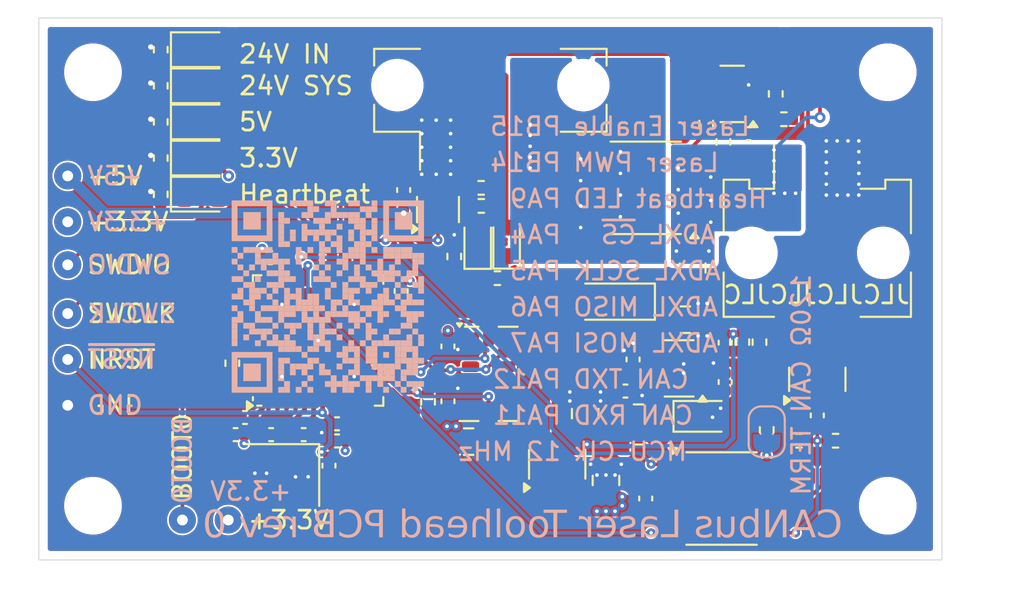
<source format=kicad_pcb>
(kicad_pcb (version 20241229) (generator "pcbnew") (generator_version "9.0")
  (layers (0 "F.Cu" signal) (4 "In1.Cu" signal) (6 "In2.Cu" signal) (2 "B.Cu" signal) (13 "F.Paste" user) (15 "B.Paste" user) (5 "F.SilkS" user "F.Silkscreen") (7 "B.SilkS" user "B.Silkscreen") (1 "F.Mask" user) (3 "B.Mask" user) (25 "Edge.Cuts" user))
  (net 0 "")
  (net 1 "GND")
  (net 2 "+3.3V")
  (net 3 "+5V")
  (net 4 "/SW")
  (net 5 "Net-(U102-BST)")
  (net 6 "+24V")
  (net 7 "Net-(U102-FB)")
  (net 30 "Net-(U101-PF0)")
  (net 31 "Net-(U101-PF1)")
  (net 34 "/~{NRST}")
  (net 35 "/GATE_{L}")
  (net 36 "Net-(J102-Pin_2)")
  (net 37 "/DRAIN_{L}")
  (net 38 "Net-(Q102-G)")
  (net 39 "Net-(R109-Pad2)")
  (net 40 "/+24V_{L}")
  (net 41 "Net-(U105-Vref)")
  (net 42 "CAN_P")
  (net 43 "CAN_N")
  (net 44 "Net-(JP101-A)")
  (net 50 "Net-(U101-PA4)")
  (net 51 "Net-(U101-PA6)")
  (net 52 "Net-(U101-PA7)")
  (net 53 "Net-(U101-PA5)")
  (net 54 "/SWDIO")
  (net 55 "Net-(U101-PA12)")
  (net 56 "/SWCLK")
  (net 57 "Net-(U101-PA11)")
  (net 58 "Net-(D104-K)")
  (net 59 "V_{SYS}")
  (net 60 "Net-(D105-K)")
  (net 61 "Net-(D106-K)")
  (net 62 "Net-(D107-K)")
  (net 63 "Net-(D108-K)")
  (net 64 "Net-(D108-A)")
  (net 65 "Net-(D109-A)")
  (net 66 "Net-(D110-A)")
  (net 67 "Net-(D109-K)")
  (net 68 "Net-(D110-K)")
  (net 69 "/BOOT0")
  (footprint "prj:NAMED_TEST_POINT" (layer "F.Cu") (at 101.6 83.660758)
    (property "Reference" "TP105" (hide yes))
    (property "Value" "/SWDIO")
  )
  (footprint "Resistor_SMD:R_0402_1005Metric" (layer "F.Cu") (at 106.75 77.75 90)
    (property "Reference" "R117" (hide yes))
    (property "Value" "220R")
  )
  (footprint "LED_SMD:LED_0805_2012Metric" (layer "F.Cu") (at 109 73.75)
    (property "Reference" "D105" (hide yes))
    (property "Value" "green")
  )
  (footprint "Resistor_SMD:R_0402_1005Metric" (layer "F.Cu") (at 121.55 91.25 -90)
    (property "Reference" "R113" (hide yes))
    (property "Value" "10k")
  )
  (footprint "prj:NAMED_TEST_POINT" (layer "F.Cu") (at 107.95 97.79 90)
    (property "Reference" "TP107" (hide yes))
    (property "Value" "/BOOT0")
  )
  (footprint "prj:NAMED_TEST_POINT" (layer "F.Cu") (at 101.6 81.28)
    (property "Reference" "TP102" (hide yes))
    (property "Value" "+3.3V")
  )
  (footprint "Capacitor_SMD:C_0402_1005Metric" (layer "F.Cu") (at 143.1 92 90)
    (property "Reference" "C119" (hide yes))
    (property "Value" "4n7")
  )
  (footprint "Resistor_SMD:R_0402_1005Metric" (layer "F.Cu") (at 110.7125 89.11 90)
    (property "Reference" "R101" (hide yes))
    (property "Value" "10k")
  )
  (footprint "Resistor_SMD:R_0402_1005Metric" (layer "F.Cu") (at 142.09 93.4)
    (property "Reference" "R110" (hide yes))
    (property "Value" "60R4")
  )
  (footprint "MountingHole:MountingHole_2.7mm_M2.5" (layer "F.Cu") (at 147 73)
    (property "Reference" "H103" (hide yes))
    (property "Value" "MountingHole")
  )
  (footprint "Capacitor_SMD:C_0402_1005Metric" (layer "F.Cu") (at 110.8925 93.0625 180)
    (property "Reference" "C104" (hide yes))
    (property "Value" "4u7")
  )
  (footprint "Package_TO_SOT_SMD:SOT-23" (layer "F.Cu") (at 143.1 90 90)
    (property "Reference" "D103" (hide yes))
    (property "Value" "PESD1CAN")
  )
  (footprint "MountingHole:MountingHole_2.7mm_M2.5" (layer "F.Cu") (at 147 97)
    (property "Reference" "H104" (hide yes))
    (property "Value" "MountingHole")
  )
  (footprint "Resistor_SMD:R_0402_1005Metric" (layer "F.Cu") (at 106.75 79.76 90)
    (property "Reference" "R118" (hide yes))
    (property "Value" "1k")
  )
  (footprint "prj:NAMED_TEST_POINT" (layer "F.Cu") (at 101.6 91.44)
    (property "Reference" "TP103" (hide yes))
    (property "Value" "GND")
  )
  (footprint "Connector_Molex:Molex_Micro-Fit_3.0_43650-0321_1x03_P3.00mm_Vertical" (layer "F.Cu") (at 125 74)
    (property "Reference" "J102" (hide yes))
    (property "Value" "Laser")
  )
  (footprint "Capacitor_SMD:C_0402_1005Metric" (layer "F.Cu") (at 116.5125 92.4625 180)
    (property "Reference" "C108" (hide yes))
    (property "Value" "100n")
  )
  (footprint "Package_SO:SOIC-8_3.9x4.9mm_P1.27mm" (layer "F.Cu") (at 137.8 96.6)
    (property "Reference" "U105" (hide yes))
    (property "Value" "SN65HVD230")
  )
  (footprint "MountingHole:MountingHole_2.7mm_M2.5" (layer "F.Cu") (at 103 73)
    (property "Reference" "H102" (hide yes))
    (property "Value" "MountingHole")
  )
  (footprint "Resistor_SMD:R_0402_1005Metric" (layer "F.Cu") (at 125.39 84.4 180)
    (property "Reference" "R120" (hide yes))
    (property "Value" "470R")
  )
  (footprint "prj:NAMED_TEST_POINT" (layer "F.Cu") (at 101.6 86.36)
    (property "Reference" "TP106" (hide yes))
    (property "Value" "/SWCLK")
  )
  (footprint "LED_SMD:LED_0805_2012Metric" (layer "F.Cu") (at 109 71.75)
    (property "Reference" "D104" (hide yes))
    (property "Value" "green")
  )
  (footprint "Resistor_SMD:R_0402_1005Metric" (layer "F.Cu") (at 141.25 75.6)
    (property "Reference" "R107" (hide yes))
    (property "Value" "10k")
  )
  (footprint "Crystal:Crystal_SMD_3225-4Pin_3.2x2.5mm" (layer "F.Cu") (at 113.4625 95.3 180)
    (property "Reference" "Y101" (hide yes))
    (property "Value" "12 MHz")
  )
  (footprint "Resistor_SMD:R_0402_1005Metric" (layer "F.Cu") (at 136.95 75.84 90)
    (property "Reference" "R104" (hide yes))
    (property "Value" "100k")
  )
  (footprint "Resistor_SMD:R_0402_1005Metric" (layer "F.Cu") (at 123 83.2 90)
    (property "Reference" "R119" (hide yes))
    (property "Value" "470R")
  )
  (footprint "Resistor_SMD:R_0402_1005Metric" (layer "F.Cu") (at 138.95 87.94 -90)
    (property "Reference" "R102" (hide yes))
    (property "Value" "51k")
  )
  (footprint "Capacitor_SMD:C_0402_1005Metric" (layer "F.Cu") (at 133.6 96.6 -90)
    (property "Reference" "C120" (hide yes))
    (property "Value" "100n")
  )
  (footprint "Resistor_SMD:R_0402_1005Metric" (layer "F.Cu") (at 106.75 73.75 90)
    (property "Reference" "R115" (hide yes))
    (property "Value" "33k")
  )
  (footprint "Package_TO_SOT_SMD:SOT-23-6" (layer "F.Cu") (at 135.45 89.395 180)
    (property "Reference" "U102" (hide yes))
    (property "Value" "MP2459")
  )
  (footprint "Resistor_SMD:R_0402_1005Metric" (layer "F.Cu") (at 124.5 80.4 180)
    (property "Reference" "R108" (hide yes))
    (property "Value" "10k")
  )
  (footprint "Diode_SMD:D_SOD-323" (layer "F.Cu") (at 136.75 92.05)
    (property "Reference" "D102" (hide yes))
    (property "Value" "1N5819WS")
  )
  (footprint "Capacitor_SMD:C_0402_1005Metric" (layer "F.Cu") (at 120.0625 85.1125 -90)
    (property "Reference" "C106" (hide yes))
    (property "Value" "100n")
  )
  (footprint "Package_DFN_QFN:QFN-48-1EP_7x7mm_P0.5mm_EP5.6x5.6mm" (layer "F.Cu") (at 115.4625 87.85 90)
    (property "Reference" "U101" (hide yes))
    (property "Value" "STM32F072CBUx")
  )
  (footprint "Fuse:Fuse_0805_2012Metric" (layer "F.Cu") (at 136.2 83.8375 -90)
    (property "Reference" "F101" (hide yes))
    (property "Value" "250mA")
  )
  (footprint "Capacitor_SMD:C_0402_1005Metric" (layer "F.Cu") (at 120.2 79.52 90)
    (property "Reference" "C118" (hide yes))
    (property "Value" "100n")
  )
  (footprint "prj:NAMED_TEST_POINT" (layer "F.Cu") (at 110.49 97.79)
    (property "Reference" "TP108" (hide yes))
    (property "Value" "+3.3V")
  )
  (footprint "Capacitor_SMD:C_0402_1005Metric" (layer "F.Cu") (at 132.9 88.9 90)
    (property "Reference" "C113" (hide yes))
    (property "Value" "100n")
  )
  (footprint "Resistor_SMD:R_0402_1005Metric" (layer "F.Cu") (at 140.8 74.2 -90)
    (property "Reference" "R106" (hide yes))
    (property "Value" "100k")
  )
  (footprint "Capacitor_SMD:C_0402_1005Metric" (layer "F.Cu") (at 112.8625 93.0625 180)
    (property "Reference" "C102" (hide yes))
    (property "Value" "33p")
  )
  (footprint "Capacitor_SMD:C_0805_2012Metric" (layer "F.Cu") (at 123.8 93.45)
    (property "Reference" "C121" (hide yes))
    (property "Value" "10u")
  )
  (footprint "LED_SMD:LED_0603_1608Metric" (layer "F.Cu") (at 125.9 82.3875 90)
    (property "Reference" "D110" (hide yes))
    (property "Value" "red")
  )
  (footprint "Resistor_SMD:R_0402_1005Metric" (layer "F.Cu") (at 139.9 87.94 90)
    (property "Reference" "R103" (hide yes))
    (property "Value" "10k")
  )
  (footprint "Capacitor_SMD:C_0402_1005Metric" (layer "F.Cu") (at 132.48 90.65)
    (property "Reference" "C114" (hide yes))
    (property "Value" "100n")
  )
  (footprint "Package_SO:SOIC-8_3.9x4.9mm_P1.27mm" (layer "F.Cu") (at 133.6 79.4 180)
    (property "Reference" "Q101" (hide yes))
    (property "Value" "AO4407A")
  )
  (footprint "Package_TO_SOT_SMD:SOT-353_SC-70-5" (layer "F.Cu") (at 122.1 80.6 90)
    (property "Reference" "U104" (hide yes))
    (property "Value" "74AHCT1G125")
  )
  (footprint "Connector_Molex:Molex_Micro-Fit_3.0_43045-0415_2x02_P3.00mm_Vertical" (layer "F.Cu") (at 143.1 83)
    (property "Reference" "J101" (hide yes))
    (property "Value" "In")
  )
  (footprint "Capacitor_SMD:C_0402_1005Metric" (layer "F.Cu") (at 138 87.97 -90)
    (property "Reference" "C115" (hide yes))
    (property "Value" "33p")
  )
  (footprint "LED_SMD:LED_0805_2012Metric" (layer "F.Cu") (at 109 75.75)
    (property "Reference" "D106" (hide yes))
    (property "Value" "green")
  )
  (footprint "Resistor_SMD:R_0402_1005Metric" (layer "F.Cu") (at 124.49 79.4 180)
    (property "Reference" "R109" (hide yes))
    (property "Value" "1k")
  )
  (footprint "prj:NAMED_TEST_POINT" (layer "F.Cu") (at 101.6 88.9)
    (property "Reference" "TP104" (hide yes))
    (property "Value" "/~{NRST}")
  )
  (footprint "Capacitor_SMD:C_0805_2012Metric" (layer "F.Cu") (at 130.25 91.9 90)
    (property "Reference" "C112" (hide yes))
    (property "Value" "22uF")
  )
  (footprint "Resistor_SMD:R_0402_1005Metric" (layer "F.Cu") (at 140.3 92.8 -90)
    (property "Reference" "R112" (hide yes))
    (property "Value" "10k")
  )
  (footprint "Resistor_SMD:R_0402_1005Metric" (layer "F.Cu") (at 144.11 93.4)
    (property "Reference" "R111" (hide yes))
    (property "Value" "60R4")
  )
  (footprint "Resistor_SMD:R_0402_1005Metric" (layer "F.Cu") (at 137.9 76.86 -90)
    (property "Reference" "R105" (hide yes))
    (property "Value" "100k")
  )
  (footprint "LED_SMD:LED_0805_2012Metric" (layer "F.Cu") (at 109 77.75)
    (property "Reference" "D107" (hide yes))
    (property "Value" "green")
  )
  (footprint "LED_SMD:LED_0603_1608Metric" (layer "F.Cu") (at 124.3 82.4 90)
    (property "Reference" "D109" (hide yes))
    (property "Value" "red")
  )
  (footprint "Capacitor_SMD:C_0402_1005Metric" (layer "F.Cu") (at 111.4125 92.1125 180)
    (property "Reference" "C109" (hide yes))
    (property "Value" "100n")
  )
  (footprint "LED_SMD:LED_0805_2012Metric" (layer "F.Cu") (at 109 79.75)
    (property "Reference" "D108" (hide yes))
    (property "Value" "yellow")
  )
  (footprint "Resistor_SMD:R_0402_1005Metric" (layer "F.Cu") (at 106.75 71.75 90)
    (property "Reference" "R114" (hide yes))
    (property "Value" "33k")
  )
  (footprint "Resistor_SMD:R_0402_1005Metric" (layer "F.Cu") (at 106.75 75.75 90)
    (property "Reference" "R116" (hide yes))
    (property "Value" "3.3k")
  )
  (footprint "Capacitor_SMD:C_0402_1005Metric" (layer "F.Cu") (at 114.6625 93.0625)
    (property "Reference" "C101" (hide yes))
    (property "Value" "33p")
  )
  (footprint "Package_TO_SOT_SMD:SOT-23-3" (layer "F.Cu") (at 128.7 94.7 90)
    (property "Reference" "U103" (hide yes))
    (property "Value" "XC6206P332MR-G")
  )
  (footprint "prj:NAMED_TEST_POINT" (layer "F.Cu") (at 101.6 78.74)
    (property "Reference" "TP101" (hide yes))
    (property "Value" "+5V")
  )
  (footprint "Capacitor_SMD:C_0402_1005Metric" (layer "F.Cu") (at 122.65 88.18 -90)
    (property "Reference" "C122" (hide yes))
    (property "Value" "100n")
  )
  (footprint "Capacitor_SMD:C_0402_1005Metric" (layer "F.Cu") (at 122.65 91.22 90)
    (property "Reference" "C123" (hide yes))
    (property "Value" "100n")
  )
  (footprint "Capacitor_SMD:C_0402_1005Metric" (layer "F.Cu") (at 138 90.15 -90)
    (property "Reference" "C111" (hide yes))
    (property "Value" "100n")
  )
  (footprint "Capacitor_SMD:C_0402_1005Metric" (layer "F.Cu") (at 112.8125 83.2625)
    (property "Reference" "C105" (hide yes))
    (property "Value" "100n")
  )
  (footprint "Capacitor_SMD:C_0402_1005Metric" (layer "F.Cu") (at 116.5125 93.4125 180)
    (property "Reference" "C103" (hide yes))
    (property "Value" "4u7")
  )
  (footprint "Inductor_SMD:L_1008_2520Metric" (layer "F.Cu") (at 133.2 92.5 180)
    (property "Reference" "L101" (hide yes))
    (property "Value" "L")
  )
  (footprint "MountingHole:MountingHole_2.7mm_M2.5" (layer "F.Cu") (at 103 97)
    (property "Reference" "H101" (hide yes))
    (property "Value" "MountingHole")
  )
  (footprint "Diode_SMD:D_SOD-123F" (layer "F.Cu") (at 131.9 85.7 180)
    (property "Reference" "D101" (hide yes))
    (property "Value" "SMF24A")
  )
  (footprint "Capacitor_SMD:C_0805_2012Metric" (layer "F.Cu") (at 135.8 86.7)
    (property "Reference" "C110" (hide yes))
    (property "Value" "10uF")
  )
  (footprint "Capacitor_SMD:C_0402_1005Metric" (layer "F.Cu") (at 116.0625 94.78 90)
    (property "Reference" "C107" (hide yes))
    (property "Value" "100n")
  )
  (footprint "Package_TO_SOT_SMD:SOT-23" (layer "F.Cu") (at 138.3875 74.2 180)
    (property "Reference" "Q102" (hide yes))
    (property "Value" "2N7002H")
  )
  (footprint "Capacitor_SMD:C_0402_1005Metric" (layer "F.Cu") (at 139.3 76.4)
    (property "Reference" "C117" (hide yes))
    (property "Value" "100n")
  )
  (footprint "Package_LGA:LGA-14_3x5mm_P0.8mm_LayoutBorder1x6y" (layer "F.Cu") (at 124.9 89.7)
    (property "Reference" "U106" (hide yes))
    (property "Value" "ADXL343")
  )
  (footprint "Capacitor_SMD:C_0805_2012Metric" (layer "F.Cu") (at 131.4 95.6 90)
    (property "Reference" "C116" (hide yes))
    (property "Value" "10u")
  )
  (footprint "Jumper:SolderJumper-2_P1.3mm_Bridged_RoundedPad1.0x1.5mm" (layer "B.Cu") (at 140.3 92.9 90)
    (property "Reference" "JP101" (hide yes))
    (property "Value" "Term")
  )
  (gr_poly (pts (xy 114.226625 89.775914) (xy 113.903963 89.775914) (xy 113.903963 89.453251) (xy 114.226625 89.453251)) (fill yes) (layer "B.SilkS"))
  (gr_poly (pts (xy 115.517276 85.903963) (xy 115.194614 85.903963) (xy 115.194614 85.5813) (xy 115.517276 85.5813)) (fill yes) (layer "B.SilkS"))
  (gr_poly (pts (xy 119.389228 85.258638) (xy 119.066564 85.258638) (xy 119.066564 84.935975) (xy 119.389228 84.935975)) (fill yes) (layer "B.SilkS"))
  (gr_poly (pts (xy 118.421239 82.677337) (xy 118.098577 82.677337) (xy 118.098577 82.354675) (xy 118.421239 82.354675)) (fill yes) (layer "B.SilkS"))
  (gr_poly (pts (xy 115.194614 82.032012) (xy 114.871951 82.032012) (xy 114.871951 81.709349) (xy 115.194614 81.709349)) (fill yes) (layer "B.SilkS"))
  (gr_poly (pts (xy 113.903963 86.226626) (xy 113.581301 86.226626) (xy 113.581301 85.903963) (xy 113.903963 85.903963)) (fill yes) (layer "B.SilkS"))
  (gr_poly (pts (xy 115.194614 87.517276) (xy 114.871951 87.517276) (xy 114.871951 87.194613) (xy 115.194614 87.194613)) (fill yes) (layer "B.SilkS"))
  (gr_poly (pts (xy 116.485264 80.741361) (xy 116.162601 80.741361) (xy 116.162601 80.418699) (xy 116.485264 80.418699)) (fill yes) (layer "B.SilkS"))
  (gr_poly (pts (xy 121.325202 88.162601) (xy 121.00254 88.162601) (xy 121.00254 87.839938) (xy 121.325202 87.839938)) (fill yes) (layer "B.SilkS"))
  (gr_poly (pts (xy 113.581301 86.871951) (xy 113.258638 86.871951) (xy 113.258638 86.549288) (xy 113.581301 86.549288)) (fill yes) (layer "B.SilkS"))
  (gr_poly (pts (xy 118.743902 82.032012) (xy 118.421239 82.032012) (xy 118.421239 81.709349) (xy 118.743902 81.709349)) (fill yes) (layer "B.SilkS"))
  (gr_poly (pts (xy 119.389228 87.839938) (xy 119.066564 87.839938) (xy 119.066564 87.517276) (xy 119.389228 87.517276)) (fill yes) (layer "B.SilkS"))
  (gr_poly (pts (xy 114.226625 87.517276) (xy 113.903963 87.517276) (xy 113.903963 87.194613) (xy 114.226625 87.194613)) (fill yes) (layer "B.SilkS"))
  (gr_poly (pts (xy 117.453252 90.42124) (xy 117.130589 90.42124) (xy 117.130589 90.098577) (xy 117.453252 90.098577)) (fill yes) (layer "B.SilkS"))
  (gr_poly (pts (xy 118.743902 90.098577) (xy 118.421239 90.098577) (xy 118.421239 89.775914) (xy 118.743902 89.775914)) (fill yes) (layer "B.SilkS"))
  (gr_poly (pts (xy 116.485264 90.743901) (xy 116.162601 90.743901) (xy 116.162601 90.421239) (xy 116.485264 90.421239)) (fill yes) (layer "B.SilkS"))
  (gr_poly (pts (xy 118.421239 85.258638) (xy 118.098577 85.258638) (xy 118.098577 84.935975) (xy 118.421239 84.935975)) (fill yes) (layer "B.SilkS"))
  (gr_poly (pts (xy 113.258638 85.258638) (xy 112.935976 85.258638) (xy 112.935976 84.935975) (xy 113.258638 84.935975)) (fill yes) (layer "B.SilkS"))
  (gr_poly (pts (xy 117.775914 89.453251) (xy 117.453252 89.453251) (xy 117.453252 89.130588) (xy 117.775914 89.130588)) (fill yes) (layer "B.SilkS"))
  (gr_poly (pts (xy 118.421239 82.032012) (xy 118.098577 82.032012) (xy 118.098577 81.709349) (xy 118.421239 81.709349)) (fill yes) (layer "B.SilkS"))
  (gr_poly (pts (xy 113.903963 81.386687) (xy 113.581301 81.386687) (xy 113.581301 81.064024) (xy 113.903963 81.064024)) (fill yes) (layer "B.SilkS"))
  (gr_poly (pts (xy 121.325202 89.130588) (xy 121.00254 89.130588) (xy 121.00254 88.807926) (xy 121.325202 88.807926)) (fill yes) (layer "B.SilkS"))
  (gr_poly (pts (xy 121.325202 84.935975) (xy 121.00254 84.935975) (xy 121.00254 84.613313) (xy 121.325202 84.613313)) (fill yes) (layer "B.SilkS"))
  (gr_poly (pts (xy 118.743902 88.807927) (xy 118.421239 88.807927) (xy 118.421239 88.485263) (xy 118.743902 88.485263)) (fill yes) (layer "B.SilkS"))
  (gr_poly (pts (xy 119.066564 86.226626) (xy 118.743902 86.226626) (xy 118.743902 85.903963) (xy 119.066564 85.903963)) (fill yes) (layer "B.SilkS"))
  (gr_poly (pts (xy 117.453252 80.418699) (xy 117.130589 80.418699) (xy 117.130589 80.096036) (xy 117.453252 80.096036)) (fill yes) (layer "B.SilkS"))
  (gr_poly (pts (xy 115.839939 83) (xy 115.517276 83) (xy 115.517276 82.677337) (xy 115.839939 82.677337)) (fill yes) (layer "B.SilkS"))
  (gr_poly (pts (xy 119.711889 83.967987) (xy 119.389227 83.967987) (xy 119.389227 83.645325) (xy 119.711889 83.645325)) (fill yes) (layer "B.SilkS"))
  (gr_poly (pts (xy 119.389228 88.162601) (xy 119.066564 88.162601) (xy 119.066564 87.839938) (xy 119.389228 87.839938)) (fill yes) (layer "B.SilkS"))
  (gr_poly (pts (xy 113.581301 82.677337) (xy 113.258638 82.677337) (xy 113.258638 82.354675) (xy 113.581301 82.354675)) (fill yes) (layer "B.SilkS"))
  (gr_poly (pts (xy 115.839939 84.29065) (xy 115.517276 84.29065) (xy 115.517276 83.967987) (xy 115.839939 83.967987)) (fill yes) (layer "B.SilkS"))
  (gr_poly (pts (xy 121.325202 83.322662) (xy 121.00254 83.322662) (xy 121.00254 83) (xy 121.325202 83)) (fill yes) (layer "B.SilkS"))
  (gr_poly (pts (xy 113.581301 89.130588) (xy 113.258638 89.130588) (xy 113.258638 88.807926) (xy 113.581301 88.807926)) (fill yes) (layer "B.SilkS"))
  (gr_poly (pts (xy 119.389228 83.322662) (xy 119.066564 83.322662) (xy 119.066564 83) (xy 119.389228 83)) (fill yes) (layer "B.SilkS"))
  (gr_poly (pts (xy 117.453252 85.258638) (xy 117.130589 85.258638) (xy 117.130589 84.935975) (xy 117.453252 84.935975)) (fill yes) (layer "B.SilkS"))
  (gr_poly (pts (xy 118.743902 88.162601) (xy 118.421239 88.162601) (xy 118.421239 87.839938) (xy 118.743902 87.839938)) (fill yes) (layer "B.SilkS"))
  (gr_poly (pts (xy 115.194614 86.226626) (xy 114.871951 86.226626) (xy 114.871951 85.903963) (xy 115.194614 85.903963)) (fill yes) (layer "B.SilkS"))
  (gr_poly (pts (xy 117.775914 81.709349) (xy 117.453252 81.709349) (xy 117.453252 81.386687) (xy 117.775914 81.386687)) (fill yes) (layer "B.SilkS"))
  (gr_poly (pts (xy 115.839939 87.839938) (xy 115.517276 87.839938) (xy 115.517276 87.517276) (xy 115.839939 87.517276)) (fill yes) (layer "B.SilkS"))
  (gr_poly (pts (xy 113.258638 88.162601) (xy 112.935976 88.162601) (xy 112.935976 87.839938) (xy 113.258638 87.839938)) (fill yes) (layer "B.SilkS"))
  (gr_poly (pts (xy 118.098577 81.386687) (xy 117.775914 81.386687) (xy 117.775914 81.064024) (xy 118.098577 81.064024)) (fill yes) (layer "B.SilkS"))
  (gr_poly (pts (xy 118.421239 88.807927) (xy 118.098577 88.807927) (xy 118.098577 88.485263) (xy 118.421239 88.485263)) (fill yes) (layer "B.SilkS"))
  (gr_poly (pts (xy 112.935975 83) (xy 112.613313 83) (xy 112.613313 82.677337) (xy 112.935975 82.677337)) (fill yes) (layer "B.SilkS"))
  (gr_poly (pts (xy 117.130589 86.226626) (xy 116.807926 86.226626) (xy 116.807926 85.903963) (xy 117.130589 85.903963)) (fill yes) (layer "B.SilkS"))
  (gr_poly (pts (xy 119.389228 85.5813) (xy 119.066564 85.5813) (xy 119.066564 85.258638) (xy 119.389228 85.258638)) (fill yes) (layer "B.SilkS"))
  (gr_poly (pts (xy 114.871951 86.226626) (xy 114.549288 86.226626) (xy 114.549288 85.903963) (xy 114.871951 85.903963)) (fill yes) (layer "B.SilkS"))
  (gr_poly (pts (xy 115.194614 86.871951) (xy 114.871951 86.871951) (xy 114.871951 86.549288) (xy 115.194614 86.549288)) (fill yes) (layer "B.SilkS"))
  (gr_poly (pts (xy 115.839939 84.613313) (xy 115.517276 84.613313) (xy 115.517276 84.29065) (xy 115.839939 84.29065)) (fill yes) (layer "B.SilkS"))
  (gr_poly (pts (xy 117.453252 84.613313) (xy 117.130589 84.613313) (xy 117.130589 84.29065) (xy 117.453252 84.29065)) (fill yes) (layer "B.SilkS"))
  (gr_poly (pts (xy 113.903963 87.839938) (xy 113.581301 87.839938) (xy 113.581301 87.517276) (xy 113.903963 87.517276)) (fill yes) (layer "B.SilkS"))
  (gr_poly (pts (xy 113.581301 89.775914) (xy 113.258638 89.775914) (xy 113.258638 89.453251) (xy 113.581301 89.453251)) (fill yes) (layer "B.SilkS"))
  (gr_poly (pts (xy 115.194614 80.418699) (xy 114.871951 80.418699) (xy 114.871951 80.096036) (xy 115.194614 80.096036)) (fill yes) (layer "B.SilkS"))
  (gr_poly (pts (xy 113.903963 90.743901) (xy 113.581301 90.743901) (xy 113.581301 90.421239) (xy 113.903963 90.421239)) (fill yes) (layer "B.SilkS"))
  (gr_poly (pts (xy 119.389228 85.903963) (xy 119.066564 85.903963) (xy 119.066564 85.5813) (xy 119.389228 85.5813)) (fill yes) (layer "B.SilkS"))
  (gr_poly (pts (xy 113.581301 88.485263) (xy 113.258638 88.485263) (xy 113.258638 88.162601) (xy 113.581301 88.162601)) (fill yes) (layer "B.SilkS"))
  (gr_poly (pts (xy 113.903963 85.5813) (xy 113.581301 85.5813) (xy 113.581301 85.258638) (xy 113.903963 85.258638)) (fill yes) (layer "B.SilkS"))
  (gr_poly (pts (xy 112.613313 83.645324) (xy 112.29065 83.645324) (xy 112.29065 83.322662) (xy 112.613313 83.322662)) (fill yes) (layer "B.SilkS"))
  (gr_poly (pts (xy 120.034552 83) (xy 119.711889 83) (xy 119.711889 82.677337) (xy 120.034552 82.677337)) (fill yes) (layer "B.SilkS"))
  (gr_poly (pts (xy 119.066564 89.453251) (xy 118.743902 89.453251) (xy 118.743902 89.130588) (xy 119.066564 89.130588)) (fill yes) (layer "B.SilkS"))
  (gr_poly (pts (xy 118.098577 82.032012) (xy 117.775914 82.032012) (xy 117.775914 81.709349) (xy 118.098577 81.709349)) (fill yes) (layer "B.SilkS"))
  (gr_poly (pts (xy 111.967988 87.517276) (xy 111.645325 87.517276) (xy 111.645325 87.194613) (xy 111.967988 87.194613)) (fill yes) (layer "B.SilkS"))
  (gr_poly (pts (xy 119.066564 83.967987) (xy 118.743902 83.967987) (xy 118.743902 83.645325) (xy 119.066564 83.645325)) (fill yes) (layer "B.SilkS"))
  (gr_poly (pts (xy 114.226625 88.485263) (xy 113.903963 88.485263) (xy 113.903963 88.162601) (xy 114.226625 88.162601)) (fill yes) (layer "B.SilkS"))
  (gr_poly (pts (xy 113.581301 82.354674) (xy 113.258638 82.354674) (xy 113.258638 82.032012) (xy 113.581301 82.032012)) (fill yes) (layer "B.SilkS"))
  (gr_poly (pts (xy 121.325202 86.549288) (xy 121.00254 86.549288) (xy 121.00254 86.226625) (xy 121.325202 86.226625)) (fill yes) (layer "B.SilkS"))
  (gr_poly (pts (xy 116.162601 84.613313) (xy 115.839939 84.613313) (xy 115.839939 84.29065) (xy 116.162601 84.29065)) (fill yes) (layer "B.SilkS"))
  (gr_poly (pts (xy 117.775914 88.807927) (xy 117.453252 88.807927) (xy 117.453252 88.485263) (xy 117.775914 88.485263)) (fill yes) (layer "B.SilkS"))
  (gr_poly (pts (xy 116.485264 81.064024) (xy 116.162601 81.064024) (xy 116.162601 80.741361) (xy 116.485264 80.741361)) (fill yes) (layer "B.SilkS"))
  (gr_poly (pts (xy 115.517276 84.613313) (xy 115.194614 84.613313) (xy 115.194614 84.29065) (xy 115.517276 84.29065)) (fill yes) (layer "B.SilkS"))
  (gr_poly (pts (xy 113.903963 82.677337) (xy 113.581301 82.677337) (xy 113.581301 82.354675) (xy 113.903963 82.354675)) (fill yes) (layer "B.SilkS"))
  (gr_poly (pts (xy 114.226625 86.549288) (xy 113.903963 86.549288) (xy 113.903963 86.226625) (xy 114.226625 86.226625)) (fill yes) (layer "B.SilkS"))
  (gr_poly (pts (xy 120.034552 84.935975) (xy 119.711889 84.935975) (xy 119.711889 84.613313) (xy 120.034552 84.613313)) (fill yes) (layer "B.SilkS"))
  (gr_poly (pts (xy 116.807927 85.903963) (xy 116.485264 85.903963) (xy 116.485264 85.5813) (xy 116.807927 85.5813)) (fill yes) (layer "B.SilkS"))
  (gr_poly (pts (xy 116.807927 84.29065) (xy 116.485264 84.29065) (xy 116.485264 83.967987) (xy 116.807927 83.967987)) (fill yes) (layer "B.SilkS"))
  (gr_poly (pts (xy 111.645325 85.903963) (xy 111.322662 85.903963) (xy 111.322662 85.5813) (xy 111.645325 85.5813)) (fill yes) (layer "B.SilkS"))
  (gr_poly (pts (xy 121.325202 83.645324) (xy 121.00254 83.645324) (xy 121.00254 83.322662) (xy 121.325202 83.322662)) (fill yes) (layer "B.SilkS"))
  (gr_poly (pts (xy 118.743902 83) (xy 118.421239 83) (xy 118.421239 82.677337) (xy 118.743902 82.677337)) (fill yes) (layer "B.SilkS"))
  (gr_poly (pts (xy 112.29065 85.258638) (xy 111.967988 85.258638) (xy 111.967988 84.935975) (xy 112.29065 84.935975)) (fill yes) (layer "B.SilkS"))
  (gr_poly (pts (xy 117.130589 85.258638) (xy 116.807926 85.258638) (xy 116.807926 84.935975) (xy 117.130589 84.935975)) (fill yes) (layer "B.SilkS"))
  (gr_poly (pts (xy 118.098577 83.322662) (xy 117.775914 83.322662) (xy 117.775914 83) (xy 118.098577 83)) (fill yes) (layer "B.SilkS"))
  (gr_poly (pts (xy 113.258638 87.194613) (xy 112.935976 87.194613) (xy 112.935976 86.871951) (xy 113.258638 86.871951)) (fill yes) (layer "B.SilkS"))
  (gr_poly (pts (xy 118.743902 89.130588) (xy 118.421239 89.130588) (xy 118.421239 88.807926) (xy 118.743902 88.807926)) (fill yes) (layer "B.SilkS"))
  (gr_poly (pts (xy 113.903963 90.42124) (xy 113.581301 90.42124) (xy 113.581301 90.098577) (xy 113.903963 90.098577)) (fill yes) (layer "B.SilkS"))
  (gr_poly (pts (xy 118.421239 90.743901) (xy 118.098577 90.743901) (xy 118.098577 90.421239) (xy 118.421239 90.421239)) (fill yes) (layer "B.SilkS"))
  (gr_poly (pts (xy 121.002541 88.485263) (xy 120.679878 88.485263) (xy 120.679878 88.162601) (xy 121.002541 88.162601)) (fill yes) (layer "B.SilkS"))
  (gr_poly (pts (xy 117.130589 90.098577) (xy 116.807926 90.098577) (xy 116.807926 89.775914) (xy 117.130589 89.775914)) (fill yes) (layer "B.SilkS"))
  (gr_poly (pts (xy 114.549288 83.322662) (xy 114.226626 83.322662) (xy 114.226626 83) (xy 114.549288 83)) (fill yes) (layer "B.SilkS"))
  (gr_poly (pts (xy 111.645325 87.194613) (xy 111.322662 87.194613) (xy 111.322662 86.871951) (xy 111.645325 86.871951)) (fill yes) (layer "B.SilkS"))
  (gr_poly (pts (xy 117.775914 88.485263) (xy 117.453252 88.485263) (xy 117.453252 88.162601) (xy 117.775914 88.162601)) (fill yes) (layer "B.SilkS"))
  (gr_poly (pts (xy 116.162601 88.485263) (xy 115.839939 88.485263) (xy 115.839939 88.162601) (xy 116.162601 88.162601)) (fill yes) (layer "B.SilkS"))
  (gr_poly (pts (xy 116.807927 88.807927) (xy 116.485264 88.807927) (xy 116.485264 88.485263) (xy 116.807927 88.485263)) (fill yes) (layer "B.SilkS"))
  (gr_poly (pts (xy 111.967988 84.935975) (xy 111.645325 84.935975) (xy 111.645325 84.613313) (xy 111.967988 84.613313)) (fill yes) (layer "B.SilkS"))
  (gr_poly (pts (xy 119.066564 83.645324) (xy 118.743902 83.645324) (xy 118.743902 83.322662) (xy 119.066564 83.322662)) (fill yes) (layer "B.SilkS"))
  (gr_poly (pts (xy 118.421239 86.226626) (xy 118.098577 86.226626) (xy 118.098577 85.903963) (xy 118.421239 85.903963)) (fill yes) (layer "B.SilkS"))
  (gr_poly (pts (xy 118.743902 88.485263) (xy 118.421239 88.485263) (xy 118.421239 88.162601) (xy 118.743902 88.162601)) (fill yes) (layer "B.SilkS"))
  (gr_poly (pts (xy 116.162601 90.42124) (xy 115.839939 90.42124) (xy 115.839939 90.098577) (xy 116.162601 90.098577)) (fill yes) (layer "B.SilkS"))
  (gr_poly (pts (xy 116.485264 82.032012) (xy 116.162601 82.032012) (xy 116.162601 81.709349) (xy 116.485264 81.709349)) (fill yes) (layer "B.SilkS"))
  (gr_poly (pts (xy 116.485264 87.517276) (xy 116.162601 87.517276) (xy 116.162601 87.194613) (xy 116.485264 87.194613)) (fill yes) (layer "B.SilkS"))
  (gr_poly (pts (xy 117.453252 81.064024) (xy 117.130589 81.064024) (xy 117.130589 80.741361) (xy 117.453252 80.741361)) (fill yes) (layer "B.SilkS"))
  (gr_poly (pts (xy 117.453252 86.871951) (xy 117.130589 86.871951) (xy 117.130589 86.549288) (xy 117.453252 86.549288)) (fill yes) (layer "B.SilkS"))
  (gr_poly (pts (xy 114.226625 84.613313) (xy 113.903963 84.613313) (xy 113.903963 84.29065) (xy 114.226625 84.29065)) (fill yes) (layer "B.SilkS"))
  (gr_poly (pts (xy 117.453252 81.386687) (xy 117.130589 81.386687) (xy 117.130589 81.064024) (xy 117.453252 81.064024)) (fill yes) (layer "B.SilkS"))
  (gr_poly (pts (xy 119.066564 84.613313) (xy 118.743902 84.613313) (xy 118.743902 84.29065) (xy 119.066564 84.29065)) (fill yes) (layer "B.SilkS"))
  (gr_poly (pts (xy 119.389228 84.613313) (xy 119.066564 84.613313) (xy 119.066564 84.29065) (xy 119.389228 84.29065)) (fill yes) (layer "B.SilkS"))
  (gr_poly (pts (xy 119.389228 89.775914) (xy 119.066564 89.775914) (xy 119.066564 89.453251) (xy 119.389228 89.453251)) (fill yes) (layer "B.SilkS"))
  (gr_poly (pts (xy 114.871951 88.807927) (xy 114.549288 88.807927) (xy 114.549288 88.485263) (xy 114.871951 88.485263)) (fill yes) (layer "B.SilkS"))
  (gr_poly (pts (xy 121.002541 89.130588) (xy 120.679878 89.130588) (xy 120.679878 88.807926) (xy 121.002541 88.807926)) (fill yes) (layer "B.SilkS"))
  (gr_poly (pts (xy 115.517276 87.839938) (xy 115.194614 87.839938) (xy 115.194614 87.517276) (xy 115.517276 87.517276)) (fill yes) (layer "B.SilkS"))
  (gr_poly (pts (xy 112.29065 85.5813) (xy 111.967988 85.5813) (xy 111.967988 85.258638) (xy 112.29065 85.258638)) (fill yes) (layer "B.SilkS"))
  (gr_poly (pts (xy 119.066564 86.871951) (xy 118.743902 86.871951) (xy 118.743902 86.549288) (xy 119.066564 86.549288)) (fill yes) (layer "B.SilkS"))
  (gr_poly (pts (xy 112.29065 90.098576) (xy 111.322662 90.098576) (xy 111.322662 89.130588) (xy 112.29065 89.130588)) (fill yes) (layer "B.SilkS"))
  (gr_poly (pts (xy 117.453252 85.5813) (xy 117.130589 85.5813) (xy 117.130589 85.258638) (xy 117.453252 85.258638)) (fill yes) (layer "B.SilkS"))
  (gr_poly (pts (xy 111 87.194613) (xy 110.677337 87.194613) (xy 110.677337 86.871951) (xy 111 86.871951)) (fill yes) (layer "B.SilkS"))
  (gr_poly (pts (xy 116.485264 90.42124) (xy 116.162601 90.42124) (xy 116.162601 90.098577) (xy 116.485264 90.098577)) (fill yes) (layer "B.SilkS"))
  (gr_poly (pts (xy 115.517276 82.354674) (xy 115.194614 82.354674) (xy 115.194614 82.032012) (xy 115.517276 82.032012)) (fill yes) (layer "B.SilkS"))
  (gr_poly (pts (xy 120.357215 85.258638) (xy 120.034552 85.258638) (xy 120.034552 84.935975) (xy 120.357215 84.935975)) (fill yes) (layer "B.SilkS"))
  (gr_poly (pts (xy 120.034552 90.42124) (xy 119.711889 90.42124) (xy 119.711889 90.098577) (xy 120.034552 90.098577)) (fill yes) (layer "B.SilkS"))
  (gr_poly (pts (xy 114.549288 80.418699) (xy 114.226626 80.418699) (xy 114.226626 80.096036) (xy 114.549288 80.096036)) (fill yes) (layer "B.SilkS"))
  (gr_poly (pts (xy 119.711889 88.162601) (xy 119.389227 88.162601) (xy 119.389227 87.839938) (xy 119.711889 87.839938)) (fill yes) (layer "B.SilkS"))
  (gr_poly (pts (xy 116.162601 83) (xy 115.839939 83) (xy 115.839939 82.677337) (xy 116.162601 82.677337)) (fill yes) (layer "B.SilkS"))
  (gr_poly (pts (xy 114.226625 89.453251) (xy 113.903963 89.453251) (xy 113.903963 89.130588) (xy 114.226625 89.130588)) (fill yes) (layer "B.SilkS"))
  (gr_poly (pts (xy 115.517276 86.226626) (xy 115.194614 86.226626) (xy 115.194614 85.903963) (xy 115.517276 85.903963)) (fill yes) (layer "B.SilkS"))
  (gr_poly (pts (xy 121.002541 87.517276) (xy 120.679878 87.517276) (xy 120.679878 87.194613) (xy 121.002541 87.194613)) (fill yes) (layer "B.SilkS"))
  (gr_poly (pts (xy 112.29065 83.322662) (xy 111.967988 83.322662) (xy 111.967988 83) (xy 112.29065 83)) (fill yes) (layer "B.SilkS"))
  (gr_poly (pts (xy 115.839939 83.645324) (xy 115.517276 83.645324) (xy 115.517276 83.322662) (xy 115.839939 83.322662)) (fill yes) (layer "B.SilkS"))
  (gr_poly (pts (xy 118.421239 88.485263) (xy 118.098577 88.485263) (xy 118.098577 88.162601) (xy 118.421239 88.162601)) (fill yes) (layer "B.SilkS"))
  (gr_poly (pts (xy 115.517276 88.162601) (xy 115.194614 88.162601) (xy 115.194614 87.839938) (xy 115.517276 87.839938)) (fill yes) (layer "B.SilkS"))
  (gr_poly (pts (xy 112.29065 81.709349) (xy 111.322662 81.709349) (xy 111.322662 80.741361) (xy 112.29065 80.741361)) (fill yes) (layer "B.SilkS"))
  (gr_poly (pts (xy 114.549288 83) (xy 114.226626 83) (xy 114.226626 82.677337) (xy 114.549288 82.677337)) (fill yes) (layer "B.SilkS"))
  (gr_poly (pts (xy 114.871951 86.549288) (xy 114.549288 86.549288) (xy 114.549288 86.226625) (xy 114.871951 86.226625)) (fill yes) (layer "B.SilkS"))
  (gr_poly (pts (xy 120.357215 89.130588) (xy 120.034552 89.130588) (xy 120.034552 88.807926) (xy 120.357215 88.807926)) (fill yes) (layer "B.SilkS"))
  (gr_poly (pts (xy 112.29065 84.613313) (xy 111.967988 84.613313) (xy 111.967988 84.29065) (xy 112.29065 84.29065)) (fill yes) (layer "B.SilkS"))
  (gr_poly (pts (xy 115.839939 82.677337) (xy 115.517276 82.677337) (xy 115.517276 82.354675) (xy 115.839939 82.354675)) (fill yes) (layer "B.SilkS"))
  (gr_poly (pts (xy 114.871951 90.42124) (xy 114.549288 90.42124) (xy 114.549288 90.098577) (xy 114.871951 90.098577)) (fill yes) (layer "B.SilkS"))
  (gr_poly (pts (xy 120.034552 83.645324) (xy 119.711889 83.645324) (xy 119.711889 83.322662) (xy 120.034552 83.322662)) (fill yes) (layer "B.SilkS"))
  (gr_poly (pts (xy 111 88.162601) (xy 110.677337 88.162601) (xy 110.677337 87.839938) (xy 111 87.839938)) (fill yes) (layer "B.SilkS"))
  (gr_poly (pts (xy 117.130589 90.42124) (xy 116.807926 90.42124) (xy 116.807926 90.098577) (xy 117.130589 90.098577)) (fill yes) (layer "B.SilkS"))
  (gr_poly (pts (xy 117.775914 83) (xy 117.453252 83) (xy 117.453252 82.677337) (xy 117.775914 82.677337)) (fill yes) (layer "B.SilkS"))
  (gr_poly (pts (xy 120.034552 85.5813) (xy 119.711889 85.5813) (xy 119.711889 85.258638) (xy 120.034552 85.258638)) (fill yes) (layer "B.SilkS"))
  (gr_poly (pts (xy 116.162601 85.258638) (xy 115.839939 85.258638) (xy 115.839939 84.935975) (xy 116.162601 84.935975)) (fill yes) (layer "B.SilkS"))
  (gr_poly (pts (xy 120.357215 88.485263) (xy 120.034552 88.485263) (xy 120.034552 88.162601) (xy 120.357215 88.162601)) (fill yes) (layer "B.SilkS"))
  (gr_poly (pts (xy 121.002541 90.42124) (xy 120.679878 90.42124) (xy 120.679878 90.098577) (xy 121.002541 90.098577)) (fill yes) (layer "B.SilkS"))
  (gr_poly (pts (xy 117.130589 89.130588) (xy 116.807926 89.130588) (xy 116.807926 88.807926) (xy 117.130589 88.807926)) (fill yes) (layer "B.SilkS"))
  (gr_poly (pts (xy 114.549288 85.258638) (xy 114.226626 85.258638) (xy 114.226626 84.935975) (xy 114.549288 84.935975)) (fill yes) (layer "B.SilkS"))
  (gr_poly (pts (xy 119.711889 84.29065) (xy 119.389227 84.29065) (xy 119.389227 83.967987) (xy 119.711889 83.967987)) (fill yes) (layer "B.SilkS"))
  (gr_poly (pts (xy 117.453252 83) (xy 117.130589 83) (xy 117.130589 82.677337) (xy 117.453252 82.677337)) (fill yes) (layer "B.SilkS"))
  (gr_poly (pts (xy 114.226625 88.162601) (xy 113.903963 88.162601) (xy 113.903963 87.839938) (xy 114.226625 87.839938)) (fill yes) (layer "B.SilkS"))
  (gr_poly (pts (xy 113.581301 90.098577) (xy 113.258638 90.098577) (xy 113.258638 89.775914) (xy 113.581301 89.775914)) (fill yes) (layer "B.SilkS"))
  (gr_poly (pts (xy 116.807927 81.064024) (xy 116.485264 81.064024) (xy 116.485264 80.741361) (xy 116.807927 80.741361)) (fill yes) (layer "B.SilkS"))
  (gr_poly (pts (xy 117.130589 81.064024) (xy 116.807926 81.064024) (xy 116.807926 80.741361) (xy 117.130589 80.741361)) (fill yes) (layer "B.SilkS"))
  (gr_poly (pts (xy 120.034552 84.29065) (xy 119.711889 84.29065) (xy 119.711889 83.967987) (xy 120.034552 83.967987)) (fill yes) (layer "B.SilkS"))
  (gr_poly (pts (xy 115.194614 87.194613) (xy 114.871951 87.194613) (xy 114.871951 86.871951) (xy 115.194614 86.871951)) (fill yes) (layer "B.SilkS"))
  (gr_poly (pts (xy 112.935975 86.226626) (xy 112.613313 86.226626) (xy 112.613313 85.903963) (xy 112.935975 85.903963)) (fill yes) (layer "B.SilkS"))
  (gr_poly (pts (xy 113.581301 81.386687) (xy 113.258638 81.386687) (xy 113.258638 81.064024) (xy 113.581301 81.064024)) (fill yes) (layer "B.SilkS"))
  (gr_poly (pts (xy 120.034552 88.807927) (xy 119.711889 88.807927) (xy 119.711889 88.485263) (xy 120.034552 88.485263)) (fill yes) (layer "B.SilkS"))
  (gr_poly (pts (xy 116.162601 88.162601) (xy 115.839939 88.162601) (xy 115.839939 87.839938) (xy 116.162601 87.839938)) (fill yes) (layer "B.SilkS"))
  (gr_poly (pts (xy 112.935975 88.162601) (xy 112.613313 88.162601) (xy 112.613313 87.839938) (xy 112.935975 87.839938)) (fill yes) (layer "B.SilkS"))
  (gr_poly (pts (xy 117.775914 85.258638) (xy 117.453252 85.258638) (xy 117.453252 84.935975) (xy 117.775914 84.935975)) (fill yes) (layer "B.SilkS"))
  (gr_poly (pts (xy 115.194614 89.130588) (xy 114.871951 89.130588) (xy 114.871951 88.807926) (xy 115.194614 88.807926)) (fill yes) (layer "B.SilkS"))
  (gr_poly (pts (xy 113.581301 83.967987) (xy 113.258638 83.967987) (xy 113.258638 83.645325) (xy 113.581301 83.645325)) (fill yes) (layer "B.SilkS"))
  (gr_poly (pts (xy 119.711889 87.517276) (xy 119.389227 87.517276) (xy 119.389227 87.194613) (xy 119.711889 87.194613)) (fill yes) (layer "B.SilkS"))
  (gr_poly (pts (xy 118.743902 80.418699) (xy 118.421239 80.418699) (xy 118.421239 80.096036) (xy 118.743902 80.096036)) (fill yes) (layer "B.SilkS"))
  (gr_poly (pts (xy 120.679878 88.162601) (xy 120.357215 88.162601) (xy 120.357215 87.839938) (xy 120.679878 87.839938)) (fill yes) (layer "B.SilkS"))
  (gr_poly (pts (xy 115.517276 85.5813) (xy 115.194614 85.5813) (xy 115.194614 85.258638) (xy 115.517276 85.258638)) (fill yes) (layer "B.SilkS"))
  (gr_poly (pts (xy 118.743902 81.386687) (xy 118.421239 81.386687) (xy 118.421239 81.064024) (xy 118.743902 81.064024)) (fill yes) (layer "B.SilkS"))
  (gr_poly (pts (xy 117.775914 80.418699) (xy 117.453252 80.418699) (xy 117.453252 80.096036) (xy 117.775914 80.096036)) (fill yes) (layer "B.SilkS"))
  (gr_poly (pts (xy 120.679878 89.453251) (xy 120.357215 89.453251) (xy 120.357215 89.130588) (xy 120.679878 89.130588)) (fill yes) (layer "B.SilkS"))
  (gr_poly (pts (xy 116.807927 81.709349) (xy 116.485264 81.709349) (xy 116.485264 81.386687) (xy 116.807927 81.386687)) (fill yes) (layer "B.SilkS"))
  (gr_poly (pts (xy 121.002541 89.775914) (xy 120.679878 89.775914) (xy 120.679878 89.453251) (xy 121.002541 89.453251)) (fill yes) (layer "B.SilkS"))
  (gr_poly (pts (xy 118.743902 87.517276) (xy 118.421239 87.517276) (xy 118.421239 87.194613) (xy 118.743902 87.194613)) (fill yes) (layer "B.SilkS"))
  (gr_poly (pts (xy 115.194614 81.064024) (xy 114.871951 81.064024) (xy 114.871951 80.741361) (xy 115.194614 80.741361)) (fill yes) (layer "B.SilkS"))
  (gr_poly (pts (xy 118.098577 84.935975) (xy 117.775914 84.935975) (xy 117.775914 84.613313) (xy 118.098577 84.613313)) (fill yes) (layer "B.SilkS"))
  (gr_poly (pts (xy 113.581301 81.709349) (xy 113.258638 81.709349) (xy 113.258638 81.386687) (xy 113.581301 81.386687)) (fill yes) (layer "B.SilkS"))
  (gr_poly (pts (xy 120.357215 88.162601) (xy 120.034552 88.162601) (xy 120.034552 87.839938) (xy 120.357215 87.839938)) (fill yes) (layer "B.SilkS"))
  (gr_poly (pts (xy 112.613313 87.517276) (xy 112.29065 87.517276) (xy 112.29065 87.194613) (xy 112.613313 87.194613)) (fill yes) (layer "B.SilkS"))
  (gr_poly (pts (xy 115.517276 88.485263) (xy 115.194614 88.485263) (xy 115.194614 88.162601) (xy 115.517276 88.162601)) (fill yes) (layer "B.SilkS"))
  (gr_poly (pts (xy 113.581301 89.453251) (xy 113.258638 89.453251) (xy 113.258638 89.130588) (xy 113.581301 89.130588)) (fill yes) (layer "B.SilkS"))
  (gr_poly (pts (xy 113.581301 84.613313) (xy 113.258638 84.613313) (xy 113.258638 84.29065) (xy 113.581301 84.29065)) (fill yes) (layer "B.SilkS"))
  (gr_poly (pts (xy 117.130589 83.322662) (xy 116.807926 83.322662) (xy 116.807926 83) (xy 117.130589 83)) (fill yes) (layer "B.SilkS"))
  (gr_poly (pts (xy 115.517276 83.967987) (xy 115.194614 83.967987) (xy 115.194614 83.645325) (xy 115.517276 83.645325)) (fill yes) (layer "B.SilkS"))
  (gr_poly (pts (xy 117.775914 81.064024) (xy 117.453252 81.064024) (xy 117.453252 80.741361) (xy 117.775914 80.741361)) (fill yes) (layer "B.SilkS"))
  (gr_poly (pts (xy 112.29065 83.645324) (xy 111.967988 83.645324) (xy 111.967988 83.322662) (xy 112.29065 83.322662)) (fill yes) (layer "B.SilkS"))
  (gr_poly (pts (xy 118.098577 86.226626) (xy 117.775914 86.226626) (xy 117.775914 85.903963) (xy 118.098577 85.903963)) (fill yes) (layer "B.SilkS"))
  (gr_poly (pts (xy 115.517276 82.032012) (xy 115.194614 82.032012) (xy 115.194614 81.709349) (xy 115.517276 81.709349)) (fill yes) (layer "B.SilkS"))
  (gr_poly (pts (xy 113.581301 90.743901) (xy 113.258638 90.743901) (xy 113.258638 90.421239) (xy 113.581301 90.421239)) (fill yes) (layer "B.SilkS"))
  (gr_poly (pts (xy 117.453252 88.162601) (xy 117.130589 88.162601) (xy 117.130589 87.839938) (xy 117.453252 87.839938)) (fill yes) (layer "B.SilkS"))
  (gr_poly (pts (xy 111 85.5813) (xy 110.677337 85.5813) (xy 110.677337 85.258638) (xy 111 85.258638)) (fill yes) (layer "B.SilkS"))
  (gr_poly (pts (xy 111.322662 86.549288) (xy 111 86.549288) (xy 111 86.226625) (xy 111.322662 86.226625)) (fill yes) (layer "B.SilkS"))
  (gr_poly (pts (xy 115.839939 81.386687) (xy 115.517276 81.386687) (xy 115.517276 81.064024) (xy 115.839939 81.064024)) (fill yes) (layer "B.SilkS"))
  (gr_poly (pts (xy 111.645325 87.839938) (xy 111.322662 87.839938) (xy 111.322662 87.517276) (xy 111.645325 87.517276)) (fill yes) (layer "B.SilkS"))
  (gr_poly (pts (xy 117.775914 89.775914) (xy 117.453252 89.775914) (xy 117.453252 89.453251) (xy 117.775914 89.453251)) (fill yes) (layer "B.SilkS"))
  (gr_poly (pts (xy 114.549288 85.903963) (xy 114.226626 85.903963) (xy 114.226626 85.5813) (xy 114.549288 85.5813)) (fill yes) (layer "B.SilkS"))
  (gr_poly (pts (xy 118.743902 85.903963) (xy 118.421239 85.903963) (xy 118.421239 85.5813) (xy 118.743902 85.5813)) (fill yes) (layer "B.SilkS"))
  (gr_poly (pts (xy 121.002541 86.549288) (xy 120.679878 86.549288) (xy 120.679878 86.226625) (xy 121.002541 86.226625)) (fill yes) (layer "B.SilkS"))
  (gr_poly (pts (xy 120.679878 85.5813) (xy 120.357215 85.5813) (xy 120.357215 85.258638) (xy 120.679878 85.258638)) (fill yes) (layer "B.SilkS"))
  (gr_poly (pts (xy 121.002541 83.967987) (xy 120.679878 83.967987) (xy 120.679878 83.645325) (xy 121.002541 83.645325)) (fill yes) (layer "B.SilkS"))
  (gr_poly (pts (xy 117.775914 81.386687) (xy 117.453252 81.386687) (xy 117.453252 81.064024) (xy 117.775914 81.064024)) (fill yes) (layer "B.SilkS"))
  (gr_poly (pts (xy 116.807927 83.645324) (xy 116.485264 83.645324) (xy 116.485264 83.322662) (xy 116.807927 83.322662)) (fill yes) (layer "B.SilkS"))
  (gr_poly (pts (xy 118.098577 83.645324) (xy 117.775914 83.645324) (xy 117.775914 83.322662) (xy 118.098577 83.322662)) (fill yes) (layer "B.SilkS"))
  (gr_poly (pts (xy 118.743902 84.29065) (xy 118.421239 84.29065) (xy 118.421239 83.967987) (xy 118.743902 83.967987)) (fill yes) (layer "B.SilkS"))
  (gr_poly (pts (xy 120.679878 87.194613) (xy 120.357215 87.194613) (xy 120.357215 86.871951) (xy 120.679878 86.871951)) (fill yes) (layer "B.SilkS"))
  (gr_poly (pts (xy 116.807927 87.839938) (xy 116.485264 87.839938) (xy 116.485264 87.517276) (xy 116.807927 87.517276)) (fill yes) (layer "B.SilkS"))
  (gr_poly (pts (xy 111.967988 85.5813) (xy 111.645325 85.5813) (xy 111.645325 85.258638) (xy 111.967988 85.258638)) (fill yes) (layer "B.SilkS"))
  (gr_poly (pts (xy 117.453252 88.485263) (xy 117.130589 88.485263) (xy 117.130589 88.162601) (xy 117.453252 88.162601)) (fill yes) (layer "B.SilkS"))
  (gr_poly (pts (xy 113.581301 81.064024) (xy 113.258638 81.064024) (xy 113.258638 80.741361) (xy 113.581301 80.741361)) (fill yes) (layer "B.SilkS"))
  (gr_poly (pts (xy 116.162601 83.967987) (xy 115.839939 83.967987) (xy 115.839939 83.645325) (xy 116.162601 83.645325)) (fill yes) (layer "B.SilkS"))
  (gr_poly (pts (xy 120.679878 89.130588) (xy 120.357215 89.130588) (xy 120.357215 88.807926) (xy 120.679878 88.807926)) (fill yes) (layer "B.SilkS"))
  (gr_poly (pts (xy 114.226625 82.032012) (xy 113.903963 82.032012) (xy 113.903963 81.709349) (xy 114.226625 81.709349)) (fill yes) (layer "B.SilkS"))
  (gr_poly (pts (xy 116.485264 82.677337) (xy 116.162601 82.677337) (xy 116.162601 82.354675) (xy 116.485264 82.354675)) (fill yes) (layer "B.SilkS"))
  (gr_poly (pts (xy 120.357215 86.226626) (xy 120.034552 86.226626) (xy 120.034552 85.903963) (xy 120.357215 85.903963)) (fill yes) (layer "B.SilkS"))
  (gr_poly (pts (xy 120.357215 83.322662) (xy 120.034552 83.322662) (xy 120.034552 83) (xy 120.357215 83)) (fill yes) (layer "B.SilkS"))
  (gr_poly (pts (xy 120.679878 88.485263) (xy 120.357215 88.485263) (xy 120.357215 88.162601) (xy 120.679878 88.162601)) (fill yes) (layer "B.SilkS"))
  (gr_poly (pts (xy 120.679878 87.839938) (xy 120.357215 87.839938) (xy 120.357215 87.517276) (xy 120.679878 87.517276)) (fill yes) (layer "B.SilkS"))
  (gr_poly (pts (xy 113.258638 87.839938) (xy 112.935976 87.839938) (xy 112.935976 87.517276) (xy 113.258638 87.517276)) (fill yes) (layer "B.SilkS"))
  (gr_poly (pts (xy 117.453252 86.549288) (xy 117.130589 86.549288) (xy 117.130589 86.226625) (xy 117.453252 86.226625)) (fill yes) (layer "B.SilkS"))
  (gr_poly (pts (xy 117.130589 85.5813) (xy 116.807926 85.5813) (xy 116.807926 85.258638) (xy 117.130589 85.258638)) (fill yes) (layer "B.SilkS"))
  (gr_poly (pts (xy 118.743902 82.354674) (xy 118.421239 82.354674) (xy 118.421239 82.032012) (xy 118.743902 82.032012)) (fill yes) (layer "B.SilkS"))
  (gr_poly (pts (xy 121.002541 84.935975) (xy 120.679878 84.935975) (xy 120.679878 84.613313) (xy 121.002541 84.613313)) (fill yes) (layer "B.SilkS"))
  (gr_poly (pts (xy 111.322662 85.258638) (xy 111 85.258638) (xy 111 84.935975) (xy 111.322662 84.935975)) (fill yes) (layer "B.SilkS"))
  (gr_poly (pts (xy 111.322662 84.613313) (xy 111 84.613313) (xy 111 84.29065) (xy 111.322662 84.29065)) (fill yes) (layer "B.SilkS"))
  (gr_poly (pts (xy 117.130589 86.549288) (xy 116.807926 86.549288) (xy 116.807926 86.226625) (xy 117.130589 86.226625)) (fill yes) (layer "B.SilkS"))
  (gr_poly (pts (xy 111 84.613313) (xy 110.677337 84.613313) (xy 110.677337 84.29065) (xy 111 84.29065)) (fill yes) (layer "B.SilkS"))
  (gr_poly (pts (xy 118.098577 86.871951) (xy 117.775914 86.871951) (xy 117.775914 86.549288) (xy 118.098577 86.549288)) (fill yes) (layer "B.SilkS"))
  (gr_poly (pts (xy 111 86.226626) (xy 110.677337 86.226626) (xy 110.677337 85.903963) (xy 111 85.903963)) (fill yes) (layer "B.SilkS"))
  (gr_poly (pts (xy 119.066564 85.903963) (xy 118.743902 85.903963) (xy 118.743902 85.5813) (xy 119.066564 85.5813)) (fill yes) (layer "B.SilkS"))
  (gr_poly (pts (xy 115.839939 89.775914) (xy 115.517276 89.775914) (xy 115.517276 89.453251) (xy 115.839939 89.453251)) (fill yes) (layer "B.SilkS"))
  (gr_poly (pts (xy 114.549288 87.194613) (xy 114.226626 87.194613) (xy 114.226626 86.871951) (xy 114.549288 86.871951)) (fill yes) (layer "B.SilkS"))
  (gr_poly (pts (xy 112.613313 86.871951) (xy 112.29065 86.871951) (xy 112.29065 86.549288) (xy 112.613313 86.549288)) (fill yes) (layer "B.SilkS"))
  (gr_poly (pts (xy 119.066564 88.162601) (xy 118.743902 88.162601) (xy 118.743902 87.839938) (xy 119.066564 87.839938)) (fill yes) (layer "B.SilkS"))
  (gr_poly (pts (xy 115.194614 85.5813) (xy 114.871951 85.5813) (xy 114.871951 85.258638) (xy 115.194614 85.258638)) (fill yes) (layer "B.SilkS"))
  (gr_poly (pts (xy 121.002541 83.645324) (xy 120.679878 83.645324) (xy 120.679878 83.322662) (xy 121.002541 83.322662)) (fill yes) (layer "B.SilkS"))
  (gr_poly (pts (xy 116.807927 87.194613) (xy 116.485264 87.194613) (xy 116.485264 86.871951) (xy 116.807927 86.871951)) (fill yes) (layer "B.SilkS"))
  (gr_poly (pts (xy 119.711889 89.453251) (xy 119.389227 89.453251) (xy 119.389227 89.130588) (xy 119.711889 89.130588)) (fill yes) (layer "B.SilkS"))
  (gr_poly (pts (xy 117.453252 89.775914) (xy 117.130589 89.775914) (xy 117.130589 89.453251) (xy 117.453252 89.453251)) (fill yes) (layer "B.SilkS"))
  (gr_poly (pts (xy 117.130589 88.485263) (xy 116.807926 88.485263) (xy 116.807926 88.162601) (xy 117.130589 88.162601)) (fill yes) (layer "B.SilkS"))
  (gr_poly (pts (xy 116.807927 82.677337) (xy 116.485264 82.677337) (xy 116.485264 82.354675) (xy 116.807927 82.354675)) (fill yes) (layer "B.SilkS"))
  (gr_poly (pts (xy 118.421239 89.130588) (xy 118.098577 89.130588) (xy 118.098577 88.807926) (xy 118.421239 88.807926)) (fill yes) (layer "B.SilkS"))
  (gr_poly (pts (xy 120.679878 85.903963) (xy 120.357215 85.903963) (xy 120.357215 85.5813) (xy 120.679878 85.5813)) (fill yes) (layer "B.SilkS"))
  (gr_poly (pts (xy 114.871951 82.354674) (xy 114.549288 82.354674) (xy 114.549288 82.032012) (xy 114.871951 82.032012)) (fill yes) (layer "B.SilkS"))
  (gr_poly (pts (xy 113.258638 86.226626) (xy 112.935976 86.226626) (xy 112.935976 85.903963) (xy 113.258638 85.903963)) (fill yes) (layer "B.SilkS"))
  (gr_poly (pts (xy 118.098577 83) (xy 117.775914 83) (xy 117.775914 82.677337) (xy 118.098577 82.677337)) (fill yes) (layer "B.SilkS"))
  (gr_poly (pts (xy 111.645325 84.935975) (xy 111.322662 84.935975) (xy 111.322662 84.613313) (xy 111.645325 84.613313)) (fill yes) (layer "B.SilkS"))
  (gr_poly (pts (xy 120.357215 83) (xy 120.034552 83) (xy 120.034552 82.677337) (xy 120.357215 82.677337)) (fill yes) (layer "B.SilkS"))
  (gr_poly (pts (xy 117.775914 90.42124) (xy 117.453252 90.42124) (xy 117.453252 90.098577) (xy 117.775914 90.098577)) (fill yes) (layer "B.SilkS"))
  (gr_poly (pts (xy 116.485264 80.418699) (xy 116.162601 80.418699) (xy 116.162601 80.096036) (xy 116.485264 80.096036)) (fill yes) (layer "B.SilkS"))
  (gr_poly (pts (xy 115.517276 86.871951) (xy 115.194614 86.871951) (xy 115.194614 86.549288) (xy 115.517276 86.549288)) (fill yes) (layer "B.SilkS"))
  (gr_poly (pts (xy 114.871951 81.064024) (xy 114.549288 81.064024) (xy 114.549288 80.741361) (xy 114.871951 80.741361)) (fill yes) (layer "B.SilkS"))
  (gr_poly (pts (xy 120.679878 89.775914) (xy 120.357215 89.775914) (xy 120.357215 89.453251) (xy 120.679878 89.453251)) (fill yes) (layer "B.SilkS"))
  (gr_poly (pts (xy 120.679878 83) (xy 120.357215 83) (xy 120.357215 82.677337) (xy 120.679878 82.677337)) (fill yes) (layer "B.SilkS"))
  (gr_poly (pts (xy 119.066564 86.549288) (xy 118.743902 86.549288) (xy 118.743902 86.226625) (xy 119.066564 86.226625)) (fill yes) (layer "B.SilkS"))
  (gr_poly (pts (xy 116.162601 82.354674) (xy 115.839939 82.354674) (xy 115.839939 82.032012) (xy 116.162601 82.032012)) (fill yes) (layer "B.SilkS"))
  (gr_poly (pts (xy 118.421239 80.741361) (xy 118.098577 80.741361) (xy 118.098577 80.418699) (xy 118.421239 80.418699)) (fill yes) (layer "B.SilkS"))
  (gr_poly (pts (xy 115.839939 87.517276) (xy 115.517276 87.517276) (xy 115.517276 87.194613) (xy 115.839939 87.194613)) (fill yes) (layer "B.SilkS"))
  (gr_poly (pts (xy 111 83) (xy 110.677337 83) (xy 110.677337 82.677337) (xy 111 82.677337)) (fill yes) (layer "B.SilkS"))
  (gr_poly (pts (xy 118.098577 82.677337) (xy 117.775914 82.677337) (xy 117.775914 82.354675) (xy 118.098577 82.354675)) (fill yes) (layer "B.SilkS"))
  (gr_poly (pts (xy 115.517276 80.741361) (xy 115.194614 80.741361) (xy 115.194614 80.418699) (xy 115.517276 80.418699)) (fill yes) (layer "B.SilkS"))
  (gr_poly (pts (xy 119.389228 88.807927) (xy 119.066564 88.807927) (xy 119.066564 88.485263) (xy 119.389228 88.485263)) (fill yes) (layer "B.SilkS"))
  (gr_poly (pts (xy 121.002541 86.871951) (xy 120.679878 86.871951) (xy 120.679878 86.549288) (xy 121.002541 86.549288)) (fill yes) (layer "B.SilkS"))
  (gr_poly (pts (xy 119.389228 90.743901) (xy 119.066564 90.743901) (xy 119.066564 90.421239) (xy 119.389228 90.421239)) (fill yes) (layer "B.SilkS"))
  (gr_poly (pts (xy 120.357215 86.549288) (xy 120.034552 86.549288) (xy 120.034552 86.226625) (xy 120.357215 86.226625)) (fill yes) (layer "B.SilkS"))
  (gr_poly (pts (xy 111.322662 83.322662) (xy 111 83.322662) (xy 111 83) (xy 111.322662 83)) (fill yes) (layer "B.SilkS"))
  (gr_poly (pts (xy 117.453252 89.130588) (xy 117.130589 89.130588) (xy 117.130589 88.807926) (xy 117.453252 88.807926)) (fill yes) (layer "B.SilkS"))
  (gr_poly (pts (xy 117.775914 82.677337) (xy 117.453252 82.677337) (xy 117.453252 82.354675) (xy 117.775914 82.354675)) (fill yes) (layer "B.SilkS"))
  (gr_poly (pts (xy 112.29065 83) (xy 111.967988 83) (xy 111.967988 82.677337) (xy 112.29065 82.677337)) (fill yes) (layer "B.SilkS"))
  (gr_poly (pts (xy 116.162601 86.549288) (xy 115.839939 86.549288) (xy 115.839939 86.226625) (xy 116.162601 86.226625)) (fill yes) (layer "B.SilkS"))
  (gr_poly (pts (xy 121.325202 85.258638) (xy 121.00254 85.258638) (xy 121.00254 84.935975) (xy 121.325202 84.935975)) (fill yes) (layer "B.SilkS"))
  (gr_poly (pts (xy 113.258638 85.903963) (xy 112.935976 85.903963) (xy 112.935976 85.5813) (xy 113.258638 85.5813)) (fill yes) (layer "B.SilkS"))
  (gr_poly (pts (xy 115.839939 81.709349) (xy 115.517276 81.709349) (xy 115.517276 81.386687) (xy 115.839939 81.386687)) (fill yes) (layer "B.SilkS"))
  (gr_poly (pts (xy 117.453252 85.903963) (xy 117.130589 85.903963) (xy 117.130589 85.5813) (xy 117.453252 85.5813)) (fill yes) (layer "B.SilkS"))
  (gr_poly (pts (xy 120.679878 86.871951) (xy 120.357215 86.871951) (xy 120.357215 86.549288) (xy 120.679878 86.549288)) (fill yes) (layer "B.SilkS"))
  (gr_poly (pts (xy 114.871951 80.418699) (xy 114.549288 80.418699) (xy 114.549288 80.096036) (xy 114.871951 80.096036)) (fill yes) (layer "B.SilkS"))
  (gr_poly (pts (xy 114.871951 82.032012) (xy 114.549288 82.032012) (xy 114.549288 81.709349) (xy 114.871951 81.709349)) (fill yes) (layer "B.SilkS"))
  (gr_poly (pts (xy 115.517276 86.549288) (xy 115.194614 86.549288) (xy 115.194614 86.226625) (xy 115.517276 86.226625)) (fill yes) (layer "B.SilkS"))
  (gr_poly (pts (xy 117.453252 82.354674) (xy 117.130589 82.354674) (xy 117.130589 82.032012) (xy 117.453252 82.032012)) (fill yes) (layer "B.SilkS"))
  (gr_poly (pts (xy 120.679878 90.42124) (xy 120.357215 90.42124) (xy 120.357215 90.098577) (xy 120.679878 90.098577)) (fill yes) (layer "B.SilkS"))
  (gr_poly (pts (xy 112.613313 83) (xy 112.29065 83) (xy 112.29065 82.677337) (xy 112.613313 82.677337)) (fill yes) (layer "B.SilkS"))
  (gr_poly (pts (xy 112.29065 88.162601) (xy 111.967988 88.162601) (xy 111.967988 87.839938) (xy 112.29065 87.839938)) (fill yes) (layer "B.SilkS"))
  (gr_poly (pts (xy 115.839939 88.162601) (xy 115.517276 88.162601) (xy 115.517276 87.839938) (xy 115.839939 87.839938)) (fill yes) (layer "B.SilkS"))
  (gr_poly (pts (xy 116.485264 90.098577) (xy 116.162601 90.098577) (xy 116.162601 89.775914) (xy 116.485264 89.775914)) (fill yes) (layer "B.SilkS"))
  (gr_poly (pts (xy 111.645325 84.29065) (xy 111.322662 84.29065) (xy 111.322662 83.967987) (xy 111.645325 83.967987)) (fill yes) (layer "B.SilkS"))
  (gr_poly (pts (xy 118.743902 89.453251) (xy 118.421239 89.453251) (xy 118.421239 89.130588) (xy 118.743902 89.130588)) (fill yes) (layer "B.SilkS"))
  (gr_poly (pts (xy 116.162601 85.5813) (xy 115.839939 85.5813) (xy 115.839939 85.258638) (xy 116.162601 85.258638)) (fill yes) (layer "B.SilkS"))
  (gr_poly (pts (xy 117.130589 83.967987) (xy 116.807926 83.967987) (xy 116.807926 83.645325) (xy 117.130589 83.645325)) (fill yes) (layer "B.SilkS"))
  (gr_poly (pts (xy 117.453252 90.743901) (xy 117.130589 90.743901) (xy 117.130589 90.421239) (xy 117.453252 90.421239)) (fill yes) (layer "B.SilkS"))
  (gr_poly (pts (xy 121.002541 90.743901) (xy 120.679878 90.743901) (xy 120.679878 90.421239) (xy 121.002541 90.421239)) (fill yes) (layer "B.SilkS"))
  (gr_poly (pts (xy 111.645325 83) (xy 111.322662 83) (xy 111.322662 82.677337) (xy 111.645325 82.677337)) (fill yes) (layer "B.SilkS"))
  (gr_poly (pts (xy 113.258638 84.29065) (xy 112.935976 84.29065) (xy 112.935976 83.967987) (xy 113.258638 83.967987)) (fill yes) (layer "B.SilkS"))
  (gr_poly (pts (xy 120.357215 90.098577) (xy 120.034552 90.098577) (xy 120.034552 89.775914) (xy 120.357215 89.775914)) (fill yes) (layer "B.SilkS"))
  (gr_poly (pts (xy 117.130589 90.743901) (xy 116.807926 90.743901) (xy 116.807926 90.421239) (xy 117.130589 90.421239)) (fill yes) (layer "B.SilkS"))
  (gr_poly (pts (xy 112.613313 83.967987) (xy 112.29065 83.967987) (xy 112.29065 83.645325) (xy 112.613313 83.645325)) (fill yes) (layer "B.SilkS"))
  (gr_poly (pts (xy 118.098577 90.098577) (xy 117.775914 90.098577) (xy 117.775914 89.775914) (xy 118.098577 89.775914)) (fill yes) (layer "B.SilkS"))
  (gr_poly (pts (xy 112.935976 82.354675) (xy 110.677337 82.354675) (xy 110.677337 82.032012) (xy 111 82.032012) (xy 112.613313 82.032012) (xy 112.613313 80.418699) (xy 111 80.418699) (xy 111 82.032012) (xy 110.677337 82.032012) (xy 110.677337 80.096036) (xy 112.935976 80.096036)) (fill yes) (layer "B.SilkS"))
  (gr_poly (pts (xy 116.162601 82.032012) (xy 115.839939 82.032012) (xy 115.839939 81.709349) (xy 116.162601 81.709349)) (fill yes) (layer "B.SilkS"))
  (gr_poly (pts (xy 118.421239 83.967987) (xy 118.098577 83.967987) (xy 118.098577 83.645325) (xy 118.421239 83.645325)) (fill yes) (layer "B.SilkS"))
  (gr_poly (pts (xy 113.581301 86.549288) (xy 113.258638 86.549288) (xy 113.258638 86.226625) (xy 113.581301 86.226625)) (fill yes) (layer "B.SilkS"))
  (gr_poly (pts (xy 112.29065 86.549288) (xy 111.967988 86.549288) (xy 111.967988 86.226625) (xy 112.29065 86.226625)) (fill yes) (layer "B.SilkS"))
  (gr_poly (pts (xy 120.357215 87.194613) (xy 120.034552 87.194613) (xy 120.034552 86.871951) (xy 120.357215 86.871951)) (fill yes) (layer "B.SilkS"))
  (gr_poly (pts (xy 120.679877 81.709349) (xy 119.711889 81.709349) (xy 119.711889 80.741361) (xy 120.679877 80.741361)) (fill yes) (layer "B.SilkS"))
  (gr_poly (pts (xy 113.903963 87.194613) (xy 113.581301 87.194613) (xy 113.581301 86.871951) (xy 113.903963 86.871951)) (fill yes) (layer "B.SilkS"))
  (gr_poly (pts (xy 116.807927 83) (xy 116.485264 83) (xy 116.485264 82.677337) (xy 116.807927 82.677337)) (fill yes) (layer "B.SilkS"))
  (gr_poly (pts (xy 113.903963 88.485263) (xy 113.581301 88.485263) (xy 113.581301 88.162601) (xy 113.903963 88.162601)) (fill yes) (layer "B.SilkS"))
  (gr_poly (pts (xy 116.162601 81.386687) (xy 115.839939 81.386687) (xy 115.839939 81.064024) (xy 116.162601 81.064024)) (fill yes) (layer "B.SilkS"))
  (gr_poly (pts (xy 118.743902 81.709349) (xy 118.421239 81.709349) (xy 118.421239 81.386687) (xy 118.743902 81.386687)) (fill yes) (layer "B.SilkS"))
  (gr_poly (pts (xy 112.935975 83.645324) (xy 112.613313 83.645324) (xy 112.613313 83.322662) (xy 112.935975 83.322662)) (fill yes) (layer "B.SilkS"))
  (gr_poly (pts (xy 114.549288 83.645324) (xy 114.226626 83.645324) (xy 114.226626 83.322662) (xy 114.549288 83.322662)) (fill yes) (layer "B.SilkS"))
  (gr_poly (pts (xy 116.807927 82.354674) (xy 116.485264 82.354674) (xy 116.485264 82.032012) (xy 116.807927 82.032012)) (fill yes) (layer "B.SilkS"))
  (gr_poly (pts (xy 117.130589 83.645324) (xy 116.807926 83.645324) (xy 116.807926 83.322662) (xy 117.130589 83.322662)) (fill yes) (layer "B.SilkS"))
  (gr_poly (pts (xy 113.581301 83.645324) (xy 113.258638 83.645324) (xy 113.258638 83.322662) (xy 113.581301 83.322662)) (fill yes) (layer "B.SilkS"))
  (gr_poly (pts (xy 111.967988 86.226626) (xy 111.645325 86.226626) (xy 111.645325 85.903963) (xy 111.967988 85.903963)) (fill yes) (layer "B.SilkS"))
  (gr_poly (pts (xy 115.194614 83) (xy 114.871951 83) (xy 114.871951 82.677337) (xy 115.194614 82.677337)) (fill yes) (layer "B.SilkS"))
  (gr_poly (pts (xy 114.226625 80.418699) (xy 113.903963 80.418699) (xy 113.903963 80.096036) (xy 114.226625 80.096036)) (fill yes) (layer "B.SilkS"))
  (gr_poly (pts (xy 116.807927 90.42124) (xy 116.485264 90.42124) (xy 116.485264 90.098577) (xy 116.807927 90.098577)) (fill yes) (layer "B.SilkS"))
  (gr_poly (pts (xy 113.903963 85.903963) (xy 113.581301 85.903963) (xy 113.581301 85.5813) (xy 113.903963 85.5813)) (fill yes) (layer "B.SilkS"))
  (gr_poly (pts (xy 121.002541 84.29065) (xy 120.679878 84.29065) (xy 120.679878 83.967987) (xy 121.002541 83.967987)) (fill yes) (layer "B.SilkS"))
  (gr_poly (pts (xy 120.034552 83.322662) (xy 119.711889 83.322662) (xy 119.711889 83) (xy 120.034552 83)) (fill yes) (layer "B.SilkS"))
  (gr_poly (pts (xy 116.485264 86.549288) (xy 116.162601 86.549288) (xy 116.162601 86.226625) (xy 116.485264 86.226625)) (fill yes) (layer "B.SilkS"))
  (gr_poly (pts (xy 113.903963 86.549288) (xy 113.581301 86.549288) (xy 113.581301 86.226625) (xy 113.903963 86.226625)) (fill yes) (layer "B.SilkS"))
  (gr_poly (pts (xy 115.194614 88.485263) (xy 114.871951 88.485263) (xy 114.871951 88.162601) (xy 115.194614 88.162601)) (fill yes) (layer "B.SilkS"))
  (gr_poly (pts (xy 117.130589 84.935975) (xy 116.807926 84.935975) (xy 116.807926 84.613313) (xy 117.130589 84.613313)) (fill yes) (layer "B.SilkS"))
  (gr_poly (pts (xy 113.581301 84.29065) (xy 113.258638 84.29065) (xy 113.258638 83.967987) (xy 113.581301 83.967987)) (fill yes) (layer "B.SilkS"))
  (gr_poly (pts (xy 115.194614 90.743901) (xy 114.871951 90.743901) (xy 114.871951 90.421239) (xy 115.194614 90.421239)) (fill yes) (layer "B.SilkS"))
  (gr_poly (pts (xy 116.485264 86.226626) (xy 116.162601 86.226626) (xy 116.162601 85.903963) (xy 116.485264 85.903963)) (fill yes) (layer "B.SilkS"))
  (gr_poly (pts (xy 119.066564 84.29065) (xy 118.743902 84.29065) (xy 118.743902 83.967987) (xy 119.066564 83.967987)) (fill yes) (layer "B.SilkS"))
  (gr_poly (pts (xy 119.066564 90.42124) (xy 118.743902 90.42124) (xy 118.743902 90.098577) (xy 119.066564 90.098577)) (fill yes) (layer "B.SilkS"))
  (gr_poly (pts (xy 120.034552 86.226626) (xy 119.711889 86.226626) (xy 119.711889 85.903963) (xy 120.034552 85.903963)) (fill yes) (layer "B.SilkS"))
  (gr_poly (pts (xy 119.389228 89.453251) (xy 119.066564 89.453251) (xy 119.066564 89.130588) (xy 119.389228 89.130588)) (fill yes) (layer "B.SilkS"))
  (gr_poly (pts (xy 112.935975 84.29065) (xy 112.613313 84.29065) (xy 112.613313 83.967987) (xy 112.935975 83.967987)) (fill yes) (layer "B.SilkS"))
  (gr_poly (pts (xy 119.389228 84.29065) (xy 119.066564 84.29065) (xy 119.066564 83.967987) (xy 119.389228 83.967987)) (fill yes) (layer "B.SilkS"))
  (gr_poly (pts (xy 114.871951 89.775914) (xy 114.549288 89.775914) (xy 114.549288 89.453251) (xy 114.871951 89.453251)) (fill yes) (layer "B.SilkS"))
  (gr_poly (pts (xy 116.162601 89.775914) (xy 115.839939 89.775914) (xy 115.839939 89.453251) (xy 116.162601 89.453251)) (fill yes) (layer "B.SilkS"))
  (gr_poly (pts (xy 113.258638 84.935975) (xy 112.935976 84.935975) (xy 112.935976 84.613313) (xy 113.258638 84.613313)) (fill yes) (layer "B.SilkS"))
  (gr_poly (pts (xy 115.194614 90.098577) (xy 114.871951 90.098577) (xy 114.871951 89.775914) (xy 115.194614 89.775914)) (fill yes) (layer "B.SilkS"))
  (gr_poly (pts (xy 120.034552 88.485263) (xy 119.711889 88.485263) (xy 119.711889 88.162601) (xy 120.034552 88.162601)) (fill yes) (layer "B.SilkS"))
  (gr_poly (pts (xy 114.871951 86.871951) (xy 114.549288 86.871951) (xy 114.549288 86.549288) (xy 114.871951 86.549288)) (fill yes) (layer "B.SilkS"))
  (gr_poly (pts (xy 112.935975 87.517276) (xy 112.613313 87.517276) (xy 112.613313 87.194613) (xy 112.935975 87.194613)) (fill yes) (layer "B.SilkS"))
  (gr_poly (pts (xy 113.258638 83.645324) (xy 112.935976 83.645324) (xy 112.935976 83.322662) (xy 113.258638 83.322662)) (fill yes) (layer "B.SilkS"))
  (gr_poly (pts (xy 112.29065 87.517276) (xy 111.967988 87.517276) (xy 111.967988 87.194613) (xy 112.29065 87.194613)) (fill yes) (layer "B.SilkS"))
  (gr_poly (pts (xy 111 87.839938) (xy 110.677337 87.839938) (xy 110.677337 87.517276) (xy 111 87.517276)) (fill yes) (layer "B.SilkS"))
  (gr_poly (pts (xy 121.002541 89.453251) (xy 120.679878 89.453251) (xy 120.679878 89.130588) (xy 121.002541 89.130588)) (fill yes) (layer "B.SilkS"))
  (gr_poly (pts (xy 120.034552 89.130588) (xy 119.711889 89.130588) (xy 119.711889 88.807926) (xy 120.034552 88.807926)) (fill yes) (layer "B.SilkS"))
  (gr_poly (pts (xy 115.194614 80.741361) (xy 114.871951 80.741361) (xy 114.871951 80.418699) (xy 115.194614 80.418699)) (fill yes) (layer "B.SilkS"))
  (gr_poly (pts (xy 113.903963 84.613313) (xy 113.581301 84.613313) (xy 113.581301 84.29065) (xy 113.903963 84.29065)) (fill yes) (layer "B.SilkS"))
  (gr_poly (pts (xy 120.357215 88.807927) (xy 120.034552 88.807927) (xy 120.034552 88.485263) (xy 120.357215 88.485263)) (fill yes) (layer "B.SilkS"))
  (gr_poly (pts (xy 116.162601 86.871951) (xy 115.839939 86.871951) (xy 115.839939 86.549288) (xy 116.162601 86.549288)) (fill yes) (layer "B.SilkS"))
  (gr_poly (pts (xy 114.226625 87.194613) (xy 113.903963 87.194613) (xy 113.903963 86.871951) (xy 114.226625 86.871951)) (fill yes) (layer "B.SilkS"))
  (gr_poly (pts (xy 118.743902 86.226626) (xy 118.421239 86.226626) (xy 118.421239 85.903963) (xy 118.743902 85.903963)) (fill yes) (layer "B.SilkS"))
  (gr_poly (pts (xy 114.549288 90.743901) (xy 114.226626 90.743901) (xy 114.226626 90.421239) (xy 114.549288 90.421239)) (fill yes) (layer "B.SilkS"))
  (gr_poly (pts (xy 121.325202 87.839938) (xy 121.00254 87.839938) (xy 121.00254 87.517276) (xy 121.325202 87.517276)) (fill yes) (layer "B.SilkS"))
  (gr_poly (pts (xy 119.066564 89.775914) (xy 118.743902 89.775914) (xy 118.743902 89.453251) (xy 119.066564 89.453251)) (fill yes) (layer "B.SilkS"))
  (gr_poly (pts (xy 117.453252 82.032012) (xy 117.130589 82.032012) (xy 117.130589 81.709349) (xy 117.453252 81.709349)) (fill yes) (layer "B.SilkS"))
  (gr_poly (pts (xy 116.485264 84.935975) (xy 116.162601 84.935975) (xy 116.162601 84.613313) (xy 116.485264 84.613313)) (fill yes) (layer "B.SilkS"))
  (gr_poly (pts (xy 113.581301 84.935975) (xy 113.258638 84.935975) (xy 113.258638 84.613313) (xy 113.581301 84.613313)) (fill yes) (layer "B.SilkS"))
  (gr_poly (pts (xy 120.034552 88.162601) (xy 119.711889 88.162601) (xy 119.711889 87.839938) (xy 120.034552 87.839938)) (fill yes) (layer "B.SilkS"))
  (gr_poly (pts (xy 118.098577 80.741361) (xy 117.775914 80.741361) (xy 117.775914 80.418699) (xy 118.098577 80.418699)) (fill yes) (layer "B.SilkS"))
  (gr_poly (pts (xy 115.839939 87.194613) (xy 115.517276 87.194613) (xy 115.517276 86.871951) (xy 115.839939 86.871951)) (fill yes) (layer "B.SilkS"))
  (gr_poly (pts (xy 120.034552 87.517276) (xy 119.711889 87.517276) (xy 119.711889 87.194613) (xy 120.034552 87.194613)) (fill yes) (layer "B.SilkS"))
  (gr_poly (pts (xy 121.002541 83.322662) (xy 120.679878 83.322662) (xy 120.679878 83) (xy 121.002541 83)) (fill yes) (layer "B.SilkS"))
  (gr_poly (pts (xy 119.389228 90.098577) (xy 119.066564 90.098577) (xy 119.066564 89.775914) (xy 119.389228 89.775914)) (fill yes) (layer "B.SilkS"))
  (gr_poly (pts (xy 111.967988 83) (xy 111.645325 83) (xy 111.645325 82.677337) (xy 111.967988 82.677337)) (fill yes) (layer "B.SilkS"))
  (gr_poly (pts (xy 117.775914 86.549288) (xy 117.453252 86.549288) (xy 117.453252 86.226625) (xy 117.775914 86.226625)) (fill yes) (layer "B.SilkS"))
  (gr_poly (pts (xy 116.485264 85.903963) (xy 116.162601 85.903963) (xy 116.162601 85.5813) (xy 116.485264 85.5813)) (fill yes) (layer "B.SilkS"))
  (gr_poly (pts (xy 117.775914 87.194613) (xy 117.453252 87.194613) (xy 117.453252 86.871951) (xy 117.775914 86.871951)) (fill yes) (layer "B.SilkS"))
  (gr_poly (pts (xy 119.066564 85.5813) (xy 118.743902 85.5813) (xy 118.743902 85.258638) (xy 119.066564 85.258638)) (fill yes) (layer "B.SilkS"))
  (gr_poly (pts (xy 119.711889 90.098577) (xy 119.389227 90.098577) (xy 119.389227 89.775914) (xy 119.711889 89.775914)) (fill yes) (layer "B.SilkS"))
  (gr_poly (pts (xy 121.002541 88.807927) (xy 120.679878 88.807927) (xy 120.679878 88.485263) (xy 121.002541 88.485263)) (fill yes) (layer "B.SilkS"))
  (gr_poly (pts (xy 115.839939 86.226626) (xy 115.517276 86.226626) (xy 115.517276 85.903963) (xy 115.839939 85.903963)) (fill yes) (layer "B.SilkS"))
  (gr_poly (pts (xy 114.871951 83.322662) (xy 114.549288 83.322662) (xy 114.549288 83) (xy 114.871951 83)) (fill yes) (layer "B.SilkS"))
  (gr_poly (pts (xy 114.871951 89.453251) (xy 114.549288 89.453251) (xy 114.549288 89.130588) (xy 114.871951 89.130588)) (fill yes) (layer "B.SilkS"))
  (gr_poly (pts (xy 120.679878 84.613313) (xy 120.357215 84.613313) (xy 120.357215 84.29065) (xy 120.679878 84.29065)) (fill yes) (layer "B.SilkS"))
  (gr_poly (pts (xy 113.903963 89.130588) (xy 113.581301 89.130588) (xy 113.581301 88.807926) (xy 113.903963 88.807926)) (fill yes) (layer "B.SilkS"))
  (gr_poly (pts (xy 116.162601 81.064024) (xy 115.839939 81.064024) (xy 115.839939 80.741361) (xy 116.162601 80.741361)) (fill yes) (layer "B.SilkS"))
  (gr_poly (pts (xy 115.194614 87.839938) (xy 114.871951 87.839938) (xy 114.871951 87.517276) (xy 115.194614 87.517276)) (fill yes) (layer "B.SilkS"))
  (gr_poly (pts (xy 120.034552 89.453251) (xy 119.711889 89.453251) (xy 119.711889 89.130588) (xy 120.034552 89.130588)) (fill yes) (layer "B.SilkS"))
  (gr_poly (pts (xy 119.389228 86.549288) (xy 119.066564 86.549288) (xy 119.066564 86.226625) (xy 119.389228 86.226625)) (fill yes) (layer "B.SilkS"))
  (gr_poly (pts (xy 111 87.517276) (xy 110.677337 87.517276) (xy 110.677337 87.194613) (xy 111 87.194613)) (fill yes) (layer "B.SilkS"))
  (gr_poly (pts (xy 114.549288 88.485263) (xy 114.226626 88.485263) (xy 114.226626 88.162601) (xy 114.549288 88.162601)) (fill yes) (layer "B.SilkS"))
  (gr_poly (pts (xy 116.807927 89.453251) (xy 116.485264 89.453251) (xy 116.485264 89.130588) (xy 116.807927 89.130588)) (fill yes) (layer "B.SilkS"))
  (gr_poly (pts (xy 117.775914 86.871951) (xy 117.453252 86.871951) (xy 117.453252 86.549288) (xy 117.775914 86.549288)) (fill yes) (layer "B.SilkS"))
  (gr_poly (pts (xy 120.679878 86.549288) (xy 120.357215 86.549288) (xy 120.357215 86.226625) (xy 120.679878 86.226625)) (fill yes) (layer "B.SilkS"))
  (gr_poly (pts (xy 111.322662 86.871951) (xy 111 86.871951) (xy 111 86.549288) (xy 111.322662 86.549288)) (fill yes) (layer "B.SilkS"))
  (gr_poly (pts (xy 111.967988 85.903963) (xy 111.645325 85.903963) (xy 111.645325 85.5813) (xy 111.967988 85.5813)) (fill yes) (layer "B.SilkS"))
  (gr_poly (pts (xy 113.581301 82.032012) (xy 113.258638 82.032012) (xy 113.258638 81.709349) (xy 113.581301 81.709349)) (fill yes) (layer "B.SilkS"))
  (gr_poly (pts (xy 117.453252 87.517276) (xy 117.130589 87.517276) (xy 117.130589 87.194613) (xy 117.453252 87.194613)) (fill yes) (layer "B.SilkS"))
  (gr_poly (pts (xy 121.325202 84.613313) (xy 121.00254 84.613313) (xy 121.00254 84.29065) (xy 121.325202 84.29065)) (fill yes) (layer "B.SilkS"))
  (gr_poly (pts (xy 111 83.645324) (xy 110.677337 83.645324) (xy 110.677337 83.322662) (xy 111 83.322662)) (fill yes) (layer "B.SilkS"))
  (gr_poly (pts (xy 119.711889 85.903963) (xy 119.389227 85.903963) (xy 119.389227 85.5813) (xy 119.711889 85.5813)) (fill yes) (layer "B.SilkS"))
  (gr_poly (pts (xy 121.325202 82.354675) (xy 119.066564 82.354675) (xy 119.066564 82.032012) (xy 119.389227 82.032012) (xy 121.00254 82.032012) (xy 121.00254 80.418699) (xy 119.389228 80.418699) (xy 119.389227 82.032012) (xy 119.066564 82.032012) (xy 119.066564 80.096036) (xy 121.325202 80.096036)) (fill yes) (layer "B.SilkS"))
  (gr_poly (pts (xy 116.162601 87.517276) (xy 115.839939 87.517276) (xy 115.839939 87.194613) (xy 116.162601 87.194613)) (fill yes) (layer "B.SilkS"))
  (gr_poly (pts (xy 113.581301 88.162601) (xy 113.258638 88.162601) (xy 113.258638 87.839938) (xy 113.581301 87.839938)) (fill yes) (layer "B.SilkS"))
  (gr_poly (pts (xy 118.098577 88.162601) (xy 117.775914 88.162601) (xy 117.775914 87.839938) (xy 118.098577 87.839938)) (fill yes) (layer "B.SilkS"))
  (gr_poly (pts (xy 115.517276 89.130588) (xy 115.194614 89.130588) (xy 115.194614 88.807926) (xy 115.517276 88.807926)) (fill yes) (layer "B.SilkS"))
  (gr_poly (pts (xy 120.357215 84.613313) (xy 120.034552 84.613313) (xy 120.034552 84.29065) (xy 120.357215 84.29065)) (fill yes) (layer "B.SilkS"))
  (gr_poly (pts (xy 120.357215 89.775914) (xy 120.034552 89.775914) (xy 120.034552 89.453251) (xy 120.357215 89.453251)) (fill yes) (layer "B.SilkS"))
  (gr_poly (pts (xy 121.002541 85.903963) (xy 120.679878 85.903963) (xy 120.679878 85.5813) (xy 121.002541 85.5813)) (fill yes) (layer "B.SilkS"))
  (gr_poly (pts (xy 113.903963 84.29065) (xy 113.581301 84.29065) (xy 113.581301 83.967987) (xy 113.903963 83.967987)) (fill yes) (layer "B.SilkS"))
  (gr_poly (pts (xy 118.743902 80.741361) (xy 118.421239 80.741361) (xy 118.421239 80.418699) (xy 118.743902 80.418699)) (fill yes) (layer "B.SilkS"))
  (gr_poly (pts (xy 118.421239 87.194613) (xy 118.098577 87.194613) (xy 118.098577 86.871951) (xy 118.421239 86.871951)) (fill yes) (layer "B.SilkS"))
  (gr_poly (pts (xy 117.775914 85.903963) (xy 117.453252 85.903963) (xy 117.453252 85.5813) (xy 117.775914 85.5813)) (fill yes) (layer "B.SilkS"))
  (gr_poly (pts (xy 119.711889 83.322662) (xy 119.389227 83.322662) (xy 119.389227 83) (xy 119.711889 83)) (fill yes) (layer "B.SilkS"))
  (gr_poly (pts (xy 117.775914 83.322662) (xy 117.453252 83.322662) (xy 117.453252 83) (xy 117.775914 83)) (fill yes) (layer "B.SilkS"))
  (gr_poly (pts (xy 112.935975 85.5813) (xy 112.613313 85.5813) (xy 112.613313 85.258638) (xy 112.935975 85.258638)) (fill yes) (layer "B.SilkS"))
  (gr_poly (pts (xy 118.421239 90.098577) (xy 118.098577 90.098577) (xy 118.098577 89.775914) (xy 118.421239 89.775914)) (fill yes) (layer "B.SilkS"))
  (gr_poly (pts (xy 114.549288 85.5813) (xy 114.226626 85.5813) (xy 114.226626 85.258638) (xy 114.549288 85.258638)) (fill yes) (layer "B.SilkS"))
  (gr_poly (pts (xy 121.325202 90.42124) (xy 121.00254 90.42124) (xy 121.00254 90.098577) (xy 121.325202 90.098577)) (fill yes) (layer "B.SilkS"))
  (gr_poly (pts (xy 118.421239 84.935975) (xy 118.098577 84.935975) (xy 118.098577 84.613313) (xy 118.421239 84.613313)) (fill yes) (layer "B.SilkS"))
  (gr_poly (pts (xy 116.807927 86.549288) (xy 116.485264 86.549288) (xy 116.485264 86.226625) (xy 116.807927 86.226625)) (fill yes) (layer "B.SilkS"))
  (gr_poly (pts (xy 117.130589 88.807927) (xy 116.807926 88.807927) (xy 116.807926 88.485263) (xy 117.130589 88.485263)) (fill yes) (layer "B.SilkS"))
  (gr_poly (pts (xy 112.613313 87.839938) (xy 112.29065 87.839938) (xy 112.29065 87.517276) (xy 112.613313 87.517276)) (fill yes) (layer "B.SilkS"))
  (gr_poly (pts (xy 115.194614 85.903963) (xy 114.871951 85.903963) (xy 114.871951 85.5813) (xy 115.194614 85.5813)) (fill yes) (layer "B.SilkS"))
  (gr_poly (pts (xy 112.29065 86.871951) (xy 111.967988 86.871951) (xy 111.967988 86.549288) (xy 112.29065 86.549288)) (fill yes) (layer "B.SilkS"))
  (gr_poly (pts (xy 111.322662 85.5813) (xy 111 85.5813) (xy 111 85.258638) (xy 111.322662 85.258638)) (fill yes) (layer "B.SilkS"))
  (gr_poly (pts (xy 115.839939 82.032012) (xy 115.517276 82.032012) (xy 115.517276 81.709349) (xy 115.839939 81.709349)) (fill yes) (layer "B.SilkS"))
  (gr_poly (pts (xy 114.226625 85.5813) (xy 113.903963 85.5813) (xy 113.903963 85.258638) (xy 114.226625 85.258638)) (fill yes) (layer "B.SilkS"))
  (gr_poly (pts (xy 120.357215 85.903963) (xy 120.034552 85.903963) (xy 120.034552 85.5813) (xy 120.357215 85.5813)) (fill yes) (layer "B.SilkS"))
  (gr_poly (pts (xy 114.549288 89.453251) (xy 114.226626 89.453251) (xy 114.226626 89.130588) (xy 114.549288 89.130588)) (fill yes) (layer "B.SilkS"))
  (gr_poly (pts (xy 113.903963 83.645324) (xy 113.581301 83.645324) (xy 113.581301 83.322662) (xy 113.903963 83.322662)) (fill yes) (layer "B.SilkS"))
  (gr_poly (pts (xy 118.421239 81.064024) (xy 118.098577 81.064024) (xy 118.098577 80.741361) (xy 118.421239 80.741361)) (fill yes) (layer "B.SilkS"))
  (gr_poly (pts (xy 113.258638 83.322662) (xy 112.935976 83.322662) (xy 112.935976 83) (xy 113.258638 83)) (fill yes) (layer "B.SilkS"))
  (gr_poly (pts (xy 111.322662 83.967987) (xy 111 83.967987) (xy 111 83.645325) (xy 111.322662 83.645325)) (fill yes) (layer "B.SilkS"))
  (gr_poly (pts (xy 113.581301 86.226626) (xy 113.258638 86.226626) (xy 113.258638 85.903963) (xy 113.581301 85.903963)) (fill yes) (layer "B.SilkS"))
  (gr_poly (pts (xy 113.903963 88.162601) (xy 113.581301 88.162601) (xy 113.581301 87.839938) (xy 113.903963 87.839938)) (fill yes) (layer "B.SilkS"))
  (gr_poly (pts (xy 114.871951 81.709349) (xy 114.549288 81.709349) (xy 114.549288 81.386687) (xy 114.871951 81.386687)) (fill yes) (layer "B.SilkS"))
  (gr_poly (pts (xy 114.226625 82.354674) (xy 113.903963 82.354674) (xy 113.903963 82.032012) (xy 114.226625 82.032012)) (fill yes) (layer "B.SilkS"))
  (gr_poly (pts (xy 118.421239 90.42124) (xy 118.098577 90.42124) (xy 118.098577 90.098577) (xy 118.421239 90.098577)) (fill yes) (layer "B.SilkS"))
  (gr_poly (pts (xy 120.679878 84.29065) (xy 120.357215 84.29065) (xy 120.357215 83.967987) (xy 120.679878 83.967987)) (fill yes) (layer "B.SilkS"))
  (gr_poly (pts (xy 118.098577 82.354674) (xy 117.775914 82.354674) (xy 117.775914 82.032012) (xy 118.098577 82.032012)) (fill yes) (layer "B.SilkS"))
  (gr_poly (pts (xy 118.743902 84.935975) (xy 118.421239 84.935975) (xy 118.421239 84.613313) (xy 118.743902 84.613313)) (fill yes) (layer "B.SilkS"))
  (gr_poly (pts (xy 119.711889 89.775914) (xy 119.389227 89.775914) (xy 119.389227 89.453251) (xy 119.711889 89.453251)) (fill yes) (layer "B.SilkS"))
  (gr_poly (pts (xy 115.194614 89.453251) (xy 114.871951 89.453251) (xy 114.871951 89.130588) (xy 115.194614 89.130588)) (fill yes) (layer "B.SilkS"))
  (gr_poly (pts (xy 118.098577 81.709349) (xy 117.775914 81.709349) (xy 117.775914 81.386687) (xy 118.098577 81.386687)) (fill yes) (layer "B.SilkS"))
  (gr_poly (pts (xy 118.098577 84.613313) (xy 117.775914 84.613313) (xy 117.775914 84.29065) (xy 118.098577 84.29065)) (fill yes) (layer "B.SilkS"))
  (gr_poly (pts (xy 117.775914 84.29065) (xy 117.453252 84.29065) (xy 117.453252 83.967987) (xy 117.775914 83.967987)) (fill yes) (layer "B.SilkS"))
  (gr_poly (pts (xy 115.839939 89.453251) (xy 115.517276 89.453251) (xy 115.517276 89.130588) (xy 115.839939 89.130588)) (fill yes) (layer "B.SilkS"))
  (gr_poly (pts (xy 111.967988 83.967987) (xy 111.645325 83.967987) (xy 111.645325 83.645325) (xy 111.967988 83.645325)) (fill yes) (layer "B.SilkS"))
  (gr_poly (pts (xy 121.325202 85.903963) (xy 121.00254 85.903963) (xy 121.00254 85.5813) (xy 121.325202 85.5813)) (fill yes) (layer "B.SilkS"))
  (gr_poly (pts (xy 112.613313 85.258638) (xy 112.29065 85.258638) (xy 112.29065 84.935975) (xy 112.613313 84.935975)) (fill yes) (layer "B.SilkS"))
  (gr_poly (pts (xy 115.517276 81.386687) (xy 115.194614 81.386687) (xy 115.194614 81.064024) (xy 115.517276 81.064024)) (fill yes) (layer "B.SilkS"))
  (gr_poly (pts (xy 115.839939 86.871951) (xy 115.517276 86.871951) (xy 115.517276 86.549288) (xy 115.839939 86.549288)) (fill yes) (layer "B.SilkS"))
  (gr_poly (pts (xy 119.389228 83) (xy 119.066564 83) (xy 119.066564 82.677337) (xy 119.389228 82.677337)) (fill yes) (layer "B.SilkS"))
  (gr_poly (pts (xy 119.066564 90.098577) (xy 118.743902 90.098577) (xy 118.743902 89.775914) (xy 119.066564 89.775914)) (fill yes) (layer "B.SilkS"))
  (gr_poly (pts (xy 114.549288 86.226626) (xy 114.226626 86.226626) (xy 114.226626 85.903963) (xy 114.549288 85.903963)) (fill yes) (layer "B.SilkS"))
  (gr_poly (pts (xy 118.421239 86.549288) (xy 118.098577 86.549288) (xy 118.098577 86.226625) (xy 118.421239 86.226625)) (fill yes) (layer "B.SilkS"))
  (gr_poly (pts (xy 112.613313 86.226626) (xy 112.29065 86.226626) (xy 112.29065 85.903963) (xy 112.613313 85.903963)) (fill yes) (layer "B.SilkS"))
  (gr_poly (pts (xy 120.357215 90.743901) (xy 120.034552 90.743901) (xy 120.034552 90.421239) (xy 120.357215 90.421239)) (fill yes) (layer "B.SilkS"))
  (gr_poly (pts (xy 113.903963 85.258638) (xy 113.581301 85.258638) (xy 113.581301 84.935975) (xy 113.903963 84.935975)) (fill yes) (layer "B.SilkS"))
  (gr_poly (pts (xy 117.775914 89.130588) (xy 117.453252 89.130588) (xy 117.453252 88.807926) (xy 117.775914 88.807926)) (fill yes) (layer "B.SilkS"))
  (gr_poly (pts (xy 118.421239 87.839938) (xy 118.098577 87.839938) (xy 118.098577 87.517276) (xy 118.421239 87.517276)) (fill yes) (layer "B.SilkS"))
  (gr_poly (pts (xy 120.679878 83.322662) (xy 120.357215 83.322662) (xy 120.357215 83) (xy 120.679878 83)) (fill yes) (layer "B.SilkS"))
  (gr_poly (pts (xy 112.935975 84.935975) (xy 112.613313 84.935975) (xy 112.613313 84.613313) (xy 112.935975 84.613313)) (fill yes) (layer "B.SilkS"))
  (gr_poly (pts (xy 111.967988 85.258638) (xy 111.645325 85.258638) (xy 111.645325 84.935975) (xy 111.967988 84.935975)) (fill yes) (layer "B.SilkS"))
  (gr_poly (pts (xy 111 86.871951) (xy 110.677337 86.871951) (xy 110.677337 86.549288) (xy 111 86.549288)) (fill yes) (layer "B.SilkS"))
  (gr_poly (pts (xy 114.226625 86.226626) (xy 113.903963 86.226626) (xy 113.903963 85.903963) (xy 114.226625 85.903963)) (fill yes) (layer "B.SilkS"))
  (gr_poly (pts (xy 119.711889 83) (xy 119.389227 83) (xy 119.389227 82.677337) (xy 119.711889 82.677337)) (fill yes) (layer "B.SilkS"))
  (gr_poly (pts (xy 117.775914 83.967987) (xy 117.453252 83.967987) (xy 117.453252 83.645325) (xy 117.775914 83.645325)) (fill yes) (layer "B.SilkS"))
  (gr_poly (pts (xy 116.162601 80.418699) (xy 115.839939 80.418699) (xy 115.839939 80.096036) (xy 116.162601 80.096036)) (fill yes) (layer "B.SilkS"))
  (gr_poly (pts (xy 119.711889 84.613313) (xy 119.389227 84.613313) (xy 119.389227 84.29065) (xy 119.711889 84.29065)) (fill yes) (layer "B.SilkS"))
  (gr_poly (pts (xy 117.453252 83.322662) (xy 117.130589 83.322662) (xy 117.130589 83) (xy 117.453252 83)) (fill yes) (layer "B.SilkS"))
  (gr_poly (pts (xy 117.775914 84.613313) (xy 117.453252 84.613313) (xy 117.453252 84.29065) (xy 117.775914 84.29065)) (fill yes) (layer "B.SilkS"))
  (gr_poly (pts (xy 112.935975 86.871951) (xy 112.613313 86.871951) (xy 112.613313 86.549288) (xy 112.935975 86.549288)) (fill yes) (layer "B.SilkS"))
  (gr_poly (pts (xy 112.935976 90.743901) (xy 110.677337 90.743901) (xy 110.677337 90.421239) (xy 111 90.421239) (xy 112.613313 90.421239) (xy 112.613313 88.807927) (xy 111 88.807927) (xy 111 90.421239) (xy 110.677337 90.421239) (xy 110.677337 88.485263) (xy 112.935976 88.485263)) (fill yes) (layer "B.SilkS"))
  (gr_poly (pts (xy 115.839939 83.322662) (xy 115.517276 83.322662) (xy 115.517276 83) (xy 115.839939 83)) (fill yes) (layer "B.SilkS"))
  (gr_poly (pts (xy 111.967988 87.194613) (xy 111.645325 87.194613) (xy 111.645325 86.871951) (xy 111.967988 86.871951)) (fill yes) (layer "B.SilkS"))
  (gr_poly (pts (xy 118.421239 87.517276) (xy 118.098577 87.517276) (xy 118.098577 87.194613) (xy 118.421239 87.194613)) (fill yes) (layer "B.SilkS"))
  (gr_poly (pts (xy 114.871951 85.903963) (xy 114.549288 85.903963) (xy 114.549288 85.5813) (xy 114.871951 85.5813)) (fill yes) (layer "B.SilkS"))
  (gr_rect (start 100 70) (end 150 100) (stroke (width 0.05)) (fill no) (layer "Edge.Cuts"))
  (gr_text "JLCJLCJLCJLC" (at 148.3 85.9 0) (layer "F.SilkS") (effects (font (size 1 1)) (justify left bottom mirror)))
  (gr_text "24V SYS" (at 111 73.75 0) (layer "F.SilkS") (effects (font (size 1 1)) (justify left)))
  (gr_text "24V IN" (at 111 72 0) (layer "F.SilkS") (effects (font (size 1 1)) (justify left)))
  (gr_text "3.3V" (at 111 77.75 0) (layer "F.SilkS") (effects (font (size 1 1)) (justify left)))
  (gr_text "Heartbeat" (at 111 79.75 0) (layer "F.SilkS") (effects (font (size 1 1)) (justify left)))
  (gr_text "5V" (at 111 75.75 0) (layer "F.SilkS") (effects (font (size 1 1)) (justify left)))
  (gr_text "PA4" (at 129 82 0) (layer "B.SilkS") (effects (font (size 1 1)) (justify left mirror)))
  (gr_text "PA9" (at 129 80 0) (layer "B.SilkS") (effects (font (size 1 1)) (justify left mirror)))
  (gr_text "PA11" (at 129 92 0) (layer "B.SilkS") (effects (font (size 1 1)) (justify left mirror)))
  (gr_text "PA5" (at 129 84 0) (layer "B.SilkS") (effects (font (size 1 1)) (justify left mirror)))
  (gr_text "PA6" (at 129 86 0) (layer "B.SilkS") (effects (font (size 1 1)) (justify left mirror)))
  (gr_text "CAN RXD" (at 129.5 92 0) (layer "B.SilkS") (effects (font (size 1 1)) (justify right mirror)))
  (gr_text "ADXL MOSI" (at 129.5 88 0) (layer "B.SilkS") (effects (font (size 1 1)) (justify right mirror)))
  (gr_text "CANbus Laser Toolhead PCB rev 0" (at 144.5 99 0) (layer "B.SilkS") (effects (font (size 1.5 1.5) (thickness 0.1)) (justify left bottom mirror)))
  (gr_text "12 MHz" (at 129 94 0) (layer "B.SilkS") (effects (font (size 1 1)) (justify left mirror)))
  (gr_text "Laser PWM" (at 129.5 78 0) (layer "B.SilkS") (effects (font (size 1 1)) (justify right mirror)))
  (gr_text "Laser Enable" (at 129.5 76 0) (layer "B.SilkS") (effects (font (size 1 1)) (justify right mirror)))
  (gr_text "CAN TXD" (at 129.5 90 0) (layer "B.SilkS") (effects (font (size 1 1)) (justify right mirror)))
  (gr_text "MCU Clk" (at 129.5 94 0) (layer "B.SilkS") (effects (font (size 1 1)) (justify right mirror)))
  (gr_text "PB14" (at 129 78 0) (layer "B.SilkS") (effects (font (size 1 1)) (justify left mirror)))
  (gr_text "ADXL MISO" (at 129.5 86 0) (layer "B.SilkS") (effects (font (size 1 1)) (justify right mirror)))
  (gr_text "ADXL SCLK" (at 129.5 84 0) (layer "B.SilkS") (effects (font (size 1 1)) (justify right mirror)))
  (gr_text "PA12" (at 129 90 0) (layer "B.SilkS") (effects (font (size 1 1)) (justify left mirror)))
  (gr_text "PA7" (at 129 88 0) (layer "B.SilkS") (effects (font (size 1 1)) (justify left mirror)))
  (gr_text "Heartbeat LED" (at 129.5 80 0) (layer "B.SilkS") (effects (font (size 1 1)) (justify right mirror)))
  (gr_text "ADXL ~{CS}  " (at 129.5 82 0) (layer "B.SilkS") (effects (font (size 1 1)) (justify right mirror)))
  (gr_text "120Ω CAN TERM" (at 142.8 90.3 90) (layer "B.SilkS") (effects (font (size 1 1)) (justify bottom mirror)))
  (gr_text "PB15" (at 129 76 0) (layer "B.SilkS") (effects (font (size 1 1)) (justify left mirror)))
  (via (at 144.2 76.8) (size 0.5) (drill 0.2) (layers "F.Cu" "B.Cu") (net 1))
  (via (at 143.6 76.8) (size 0.5) (drill 0.2) (layers "F.Cu" "B.Cu") (net 1))
  (via (at 135.7 89.65) (size 0.5) (drill 0.2) (layers "F.Cu" "B.Cu") (net 1))
  (via (at 135.7 89.15) (size 0.5) (drill 0.2) (layers "F.Cu" "B.Cu") (net 1))
  (via (at 112.6125 95.2) (size 0.5) (drill 0.2) (layers "F.Cu" "B.Cu") (net 1))
  (via (at 130.55 94.7) (size 0.5) (drill 0.2) (layers "F.Cu" "B.Cu") (net 1))
  (via (at 106.2 79.6) (size 0.6) (drill 0.3) (layers "F.Cu" "B.Cu") (net 1))
  (via (at 115.6625 92.95) (size 0.5) (drill 0.2) (layers "F.Cu" "B.Cu") (net 1))
  (via (at 131.9 95.3) (size 0.5) (drill 0.2) (layers "F.Cu" "B.Cu") (net 1))
  (via (at 123.2 90.5) (size 0.5) (drill 0.2) (layers "F.Cu" "B.Cu") (net 1))
  (via (at 111.9625 95.2) (size 0.5) (drill 0.2) (layers "F.Cu" "B.Cu") (net 1))
  (via (at 122.8 75.65) (size 0.5) (drill 0.2) (layers "F.Cu" "B.Cu") (net 1))
  (via (at 122.8 76.4) (size 0.5) (drill 0.2) (layers "F.Cu" "B.Cu") (net 1))
  (via (at 121.2 78.65) (size 0.5) (drill 0.2) (layers "F.Cu" "B.Cu") (net 1))
  (via (at 122.8 78.65) (size 0.5) (drill 0.2) (layers "F.Cu" "B.Cu") (net 1))
  (via (at 143.6 78) (size 0.5) (drill 0.2) (layers "F.Cu" "B.Cu") (net 1))
  (via (at 132.25 94.7) (size 0.5) (drill 0.2) (layers "F.Cu" "B.Cu") (net 1))
  (via (at 123 82) (size 0.5) (drill 0.2) (layers "F.Cu" "B.Cu") (net 1))
  (via (at 143.6 79.8) (size 0.5) (drill 0.2) (layers "F.Cu" "B.Cu") (net 1))
  (via (at 131.4 95.3) (size 0.5) (drill 0.2) (layers "F.Cu" "B.Cu") (net 1))
  (via (at 136.5 87.6) (size 0.5) (drill 0.2) (layers "F.Cu" "B.Cu") (net 1))
  (via (at 144.2 79.8) (size 0.5) (drill 0.2) (layers "F.Cu" "B.Cu") (net 1))
  (via (at 137.35 89.1) (size 0.5) (drill 0.2) (layers "F.Cu" "B.Cu") (net 1))
  (via (at 137.3 92.1) (size 0.5) (drill 0.2) (layers "F.Cu" "B.Cu") (net 1))
  (via (at 129.4 90.7) (size 0.5) (drill 0.2) (layers "F.Cu" "B.Cu") (net 1))
  (via (at 137 85.8) (size 0.5) (drill 0.2) (layers "F.Cu" "B.Cu") (net 1))
  (via (at 143.6 77.4) (size 0.5) (drill 0.2) (layers "F.Cu" "B.Cu") (net 1))
  (via (at 145.4 78) (size 0.5) (drill 0.2) (layers "F.Cu" "B.Cu") (net 1))
  (via (at 144.8 76.8) (size 0.5) (drill 0.2) (layers "F.Cu" "B.Cu") (net 1))
  (via (at 117.4625 89.85) (size 0.5) (drill 0.2) (layers "F.Cu" "B.Cu") (net 1))
  (via (at 122.8 77.15) (size 0.5) (drill 0.2) (layers "F.Cu" "B.Cu") (net 1))
  (via (at 131.1 91.2) (size 0.5) (drill 0.2) (layers "F.Cu" "B.Cu") (net 1))
  (via (at 137.75 91.6) (size 0.5) (drill 0.2) (layers "F.Cu" "B.Cu") (net 1))
  (via (at 132.9 88) (size 0.5) (drill 0.2) (layers "F.Cu" "B.Cu") (net 1))
  (via (at 145.4 78.6) (size 0.5) (drill 0.2) (layers "F.Cu" "B.Cu") (net 1))
  (via (at 143.6 79.2) (size 0.5) (drill 0.2) (layers "F.Cu" "B.Cu") (net 1))
  (via (at 115.4625 87.85) (size 0.5) (drill 0.2) (layers "F.Cu" "B.Cu") (net 1))
  (via (at 122.8 77.9) (size 0.5) (drill 0.2) (layers "F.Cu" "B.Cu") (net 1))
  (via (at 133.4 90.9) (size 0.5) (drill 0.2) (layers "F.Cu" "B.Cu") (net 1))
  (via (at 137 87.6) (size 0.5) (drill 0.2) (layers "F.Cu" "B.Cu") (net 1))
  (via (at 145.4 79.2) (size 0.5) (drill 0.2) (layers "F.Cu" "B.Cu") (net 1))
  (via (at 132.4 88.4) (size 0.5) (drill 0.2) (layers "F.Cu" "B.Cu") (net 1))
  (via (at 122 78.65) (size 0.5) (drill 0.2) (layers "F.Cu" "B.Cu") (net 1))
  (via (at 123.2 88.35) (size 0.5) (drill 0.2) (layers "F.Cu" "B.Cu") (net 1))
  (via (at 117.4625 85.85) (size 0.5) (drill 0.2) (layers "F.Cu" "B.Cu") (net 1))
  (via (at 122 75.65) (size 0.5) (drill 0.2) (layers "F.Cu" "B.Cu") (net 1))
  (via (at 130.9 95.3) (size 0.5) (drill 0.2) (layers "F.Cu" "B.Cu") (net 1))
  (via (at 143.6 78.6) (size 0.5) (drill 0.2) (layers "F.Cu" "B.Cu") (net 1))
  (via (at 139.3 73.7) (size 0.5) (drill 0.2) (layers "F.Cu" "B.Cu") (net 1))
  (via (at 106.2 77.6) (size 0.6) (drill 0.3) (layers "F.Cu" "B.Cu") (net 1))
  (via (at 121.2 75.65) (size 0.5) (drill 0.2) (layers "F.Cu" "B.Cu") (net 1))
  (via (at 114.9125 95.4) (size 0.5) (drill 0.2) (layers "F.Cu" "B.Cu") (net 1))
  (via (at 121.2 77.9) (size 0.5) (drill 0.2) (layers "F.Cu" "B.Cu") (net 1))
  (via (at 129.4 91.2) (size 0.5) (drill 0.2) (layers "F.Cu" "B.Cu") (net 1))
  (via (at 145.4 76.8) (size 0.5) (drill 0.2) (layers "F.Cu" "B.Cu") (net 1))
  (via (at 121.2 76.4) (size 0.5) (drill 0.2) (layers "F.Cu" "B.Cu") (net 1))
  (via (at 145.4 77.4) (size 0.5) (drill 0.2) (layers "F.Cu" "B.Cu") (net 1))
  (via (at 114.2125 95.4) (size 0.5) (drill 0.2) (layers "F.Cu" "B.Cu") (net 1))
  (via (at 121.2 77.15) (size 0.5) (drill 0.2) (layers "F.Cu" "B.Cu") (net 1))
  (via (at 145.4 79.8) (size 0.5) (drill 0.2) (layers "F.Cu" "B.Cu") (net 1))
  (via (at 113.4625 85.85) (size 0.5) (drill 0.2) (layers "F.Cu" "B.Cu") (net 1))
  (via (at 113.4625 89.85) (size 0.5) (drill 0.2) (layers "F.Cu" "B.Cu") (net 1))
  (via (at 106.2 71.6) (size 0.6) (drill 0.3) (layers "F.Cu" "B.Cu") (net 1))
  (via (at 131.1 90.7) (size 0.5) (drill 0.2) (layers "F.Cu" "B.Cu") (net 1))
  (via (at 136.5 85.8) (size 0.5) (drill 0.2) (layers "F.Cu" "B.Cu") (net 1))
  (via (at 106.2 73.6) (size 0.6) (drill 0.3) (layers "F.Cu" "B.Cu") (net 1))
  (via (at 106.2 75.6) (size 0.6) (drill 0.3) (layers "F.Cu" "B.Cu") (net 1))
  (via (at 144.8 79.8) (size 0.5) (drill 0.2) (layers "F.Cu" "B.Cu") (net 1))
  (segment (start 118.9 85.1) (end 119.595 85.1) (width 0.25) (layer "F.Cu") (net 2))
  (segment (start 109.9375 77.75) (end 109.9375 78.167201) (width 0.25) (layer "F.Cu") (net 2))
  (segment (start 111.8925 92.1075) (end 112.7125 91.2875) (width 0.25) (layer "F.Cu") (net 2))
  (segment (start 120.48 84.6325) (end 120.5625 84.55) (width 0.25) (layer "F.Cu") (net 2))
  (segment (start 111.8925 92.1125) (end 111.8925 92.1075) (width 0.25) (layer "F.Cu") (net 2))
  (segment (start 116.9925 93.92) (end 116.9625 93.95) (width 0.25) (layer "F.Cu") (net 2))
  (segment (start 116.9925 93.4125) (end 116.9925 92.4625) (width 0.25) (layer "F.Cu") (net 2))
  (segment (start 112.7125 83.6425) (end 112.3325 83.2625) (width 0.25) (layer "F.Cu") (net 2))
  (segment (start 111.3725 93.54) (end 111.3625 93.55) (width 0.25) (layer "F.Cu") (net 2))
  (segment (start 109.9375 78.167201) (end 110.508438 78.738139) (width 0.25) (layer "F.Cu") (net 2))
  (segment (start 120.0625 84.6325) (end 120.48 84.6325) (width 0.25) (layer "F.Cu") (net 2))
  (segment (start 112.3325 83.2625) (end 112.3325 82.78) (width 0.25) (layer "F.Cu") (net 2))
  (segment (start 116.9925 92.4625) (end 116.7125 92.1825) (width 0.25) (layer "F.Cu") (net 2))
  (segment (start 112.7125 91.2875) (end 112.025 90.6) (width 0.25) (layer "F.Cu") (net 2))
  (segment (start 111.3725 93.0625) (end 111.3725 92.6325) (width 0.25) (layer "F.Cu") (net 2))
  (segment (start 116.7125 92.1825) (end 116.7125 91.2875) (width 0.25) (layer "F.Cu") (net 2))
  (segment (start 116.9925 93.4125) (end 116.9925 93.92) (width 0.25) (layer "F.Cu") (net 2))
  (segment (start 111.3725 93.0625) (end 111.3725 93.54) (width 0.25) (layer "F.Cu") (net 2))
  (segment (start 112.7125 84.4125) (end 112.7125 83.6425) (width 0.25) (layer "F.Cu") (net 2))
  (segment (start 122.65 87.7) (end 122.65 87.3) (width 0.6) (layer "F.Cu") (net 2))
  (segment (start 119.595 85.1) (end 120.0625 84.6325) (width 0.25) (layer "F.Cu") (net 2))
  (segment (start 123.9 87.7) (end 122.65 87.7) (width 0.6) (layer "F.Cu") (net 2))
  (segment (start 111.3725 92.6325) (end 111.8925 92.1125) (width 0.25) (layer "F.Cu") (net 2))
  (segment (start 112.3325 82.78) (end 112.3625 82.75) (width 0.25) (layer "F.Cu") (net 2))
  (via (at 122.65 87.3) (size 0.5) (drill 0.2) (layers "F.Cu" "B.Cu") (net 2))
  (via (at 112.3625 82.75) (size 0.5) (drill 0.2) (layers "F.Cu" "B.Cu") (net 2))
  (via (at 131.4 97.3) (size 0.5) (drill 0.2) (layers "F.Cu" "B.Cu") (net 2))
  (via (at 130.9 97.3) (size 0.5) (drill 0.2) (layers "F.Cu" "B.Cu") (net 2))
  (via (at 116.9625 93.95) (size 0.5) (drill 0.2) (layers "F.Cu" "B.Cu") (net 2))
  (via (at 111.3625 93.55) (size 0.5) (drill 0.2) (layers "F.Cu" "B.Cu") (net 2))
  (via (at 122.6 92.6) (size 0.5) (drill 0.2) (layers "F.Cu" "B.Cu") (net 2))
  (via (at 120.5625 84.55) (size 0.5) (drill 0.2) (layers "F.Cu" "B.Cu") (net 2))
  (via (at 110.508438 78.738139) (size 0.6) (drill 0.3) (layers "F.Cu" "B.Cu") (net 2))
  (via (at 132.3 96.5) (size 0.5) (drill 0.2) (layers "F.Cu" "B.Cu") (net 2))
  (via (at 131.9 97.3) (size 0.5) (drill 0.2) (layers "F.Cu" "B.Cu") (net 2))
  (via (at 123.1 92.6) (size 0.5) (drill 0.2) (layers "F.Cu" "B.Cu") (net 2))
  (via (at 132.3 97) (size 0.5) (drill 0.2) (layers "F.Cu" "B.Cu") (net 2))
  (segment (start 108.5 81) (end 103.86 81) (width 0.25) (layer "F.Cu") (net 3))
  (segment (start 138.89 87.49) (end 138.95 87.43) (width 0.25) (layer "F.Cu") (net 3))
  (segment (start 109 76.6875) (end 109 80.5) (width 0.25) (layer "F.Cu") (net 3))
  (segment (start 120.2 80) (end 120.2 80.8) (width 0.6) (layer "F.Cu") (net 3))
  (segment (start 138.45 87.49) (end 138.89 87.49) (width 0.25) (layer "F.Cu") (net 3))
  (segment (start 103.86 81) (end 101.6 78.74) (width 0.25) (layer "F.Cu") (net 3))
  (segment (start 123.8 85.9) (end 128 85.9) (width 0.6) (layer "F.Cu") (net 3))
  (segment (start 128 85.9) (end 128.7 86.6) (width 0.6) (layer "F.Cu") (net 3))
  (segment (start 120.2 82.3) (end 123.8 85.9) (width 0.6) (layer "F.Cu") (net 3))
  (segment (start 138 87.49) (end 138.45 87.49) (width 0.25) (layer "F.Cu") (net 3))
  (segment (start 130.35 93.6) (end 130.35 92.95) (width 0.25) (layer "F.Cu") (net 3))
  (segment (start 130.35 92.95) (end 130.25 92.85) (width 0.25) (layer "F.Cu") (net 3))
  (segment (start 121.1 80) (end 120.2 80) (width 0.6) (layer "F.Cu") (net 3))
  (segment (start 130.25 92.85) (end 131.775 92.85) (width 0.6) (layer "F.Cu") (net 3))
  (segment (start 109.9375 75.75) (end 109 76.6875) (width 0.25) (layer "F.Cu") (net 3))
  (segment (start 132 92.375) (end 132.125 92.5) (width 0.6) (layer "F.Cu") (net 3))
  (segment (start 130.245 92.845) (end 130.25 92.85) (width 0.6) (layer "F.Cu") (net 3))
  (segment (start 121.45 79.65) (end 121.1 80) (width 0.6) (layer "F.Cu") (net 3))
  (segment (start 109 80.5) (end 108.5 81) (width 0.25) (layer "F.Cu") (net 3))
  (segment (start 128.7 86.6) (end 128.7 93.5625) (width 0.6) (layer "F.Cu") (net 3))
  (segment (start 132 90.65) (end 132 92.375) (width 0.6) (layer "F.Cu") (net 3))
  (segment (start 131.775 92.85) (end 132.125 92.5) (width 0.6) (layer "F.Cu") (net 3))
  (segment (start 120.2 80.8) (end 120.2 82.3) (width 0.6) (layer "F.Cu") (net 3))
  (via (at 138.45 87.49) (size 0.5) (drill 0.2) (layers "F.Cu" "B.Cu") (net 3))
  (via (at 130.35 93.6) (size 0.5) (drill 0.2) (layers "F.Cu" "B.Cu") (net 3))
  (via (at 120.2 80.8) (size 0.6) (drill 0.3) (layers "F.Cu" "B.Cu") (net 3))
  (segment (start 138.45 93.25) (end 138 93.7) (width 0.25) (layer "B.Cu") (net 3))
  (segment (start 138.45 87.49) (end 138.45 93.25) (width 0.25) (layer "B.Cu") (net 3))
  (segment (start 138 93.7) (end 130.45 93.7) (width 0.25) (layer "B.Cu") (net 3))
  (segment (start 120.2 80.8) (end 103.66 80.8) (width 0.6) (layer "B.Cu") (net 3))
  (segment (start 103.66 80.8) (end 101.6 78.74) (width 0.6) (layer "B.Cu") (net 3))
  (segment (start 130.45 93.7) (end 130.35 93.6) (width 0.25) (layer "B.Cu") (net 3))
  (segment (start 138 90.63) (end 136.58 92.05) (width 0.25) (layer "F.Cu") (net 4))
  (segment (start 136.58 92.05) (end 135.7 92.05) (width 0.25) (layer "F.Cu") (net 4))
  (segment (start 135.7 92.05) (end 134.725 92.05) (width 0.6) (layer "F.Cu") (net 4))
  (segment (start 134.3125 90.345) (end 134.3125 92.4625) (width 0.6) (layer "F.Cu") (net 4))
  (segment (start 134.725 92.05) (end 134.275 92.5) (width 0.6) (layer "F.Cu") (net 4))
  (segment (start 134.3125 92.4625) (end 134.275 92.5) (width 0.6) (layer "F.Cu") (net 4))
  (segment (start 137.325 90.345) (end 138 89.67) (width 0.25) (layer "F.Cu") (net 5))
  (segment (start 136.5875 90.345) (end 137.325 90.345) (width 0.25) (layer "F.Cu") (net 5))
  (segment (start 140.913488 70.601) (end 143.25 72.937512) (width 0.2) (layer "F.Cu") (net 6))
  (segment (start 143.25 72.937512) (end 143.25 75.5) (width 0.2) (layer "F.Cu") (net 6))
  (segment (start 111.0865 70.601) (end 140.913488 70.601) (width 0.2) (layer "F.Cu") (net 6))
  (segment (start 109.9375 71.75) (end 111.0865 70.601) (width 0.2) (layer "F.Cu") (net 6))
  (via (at 140.7 78.5) (size 0.5) (drill 0.2) (layers "F.Cu" "B.Cu") (net 6))
  (via (at 141.3 79.7) (size 0.5) (drill 0.2) (layers "F.Cu" "B.Cu") (net 6))
  (via (at 140.7 79.1) (size 0.5) (drill 0.2) (layers "F.Cu" "B.Cu") (net 6))
  (via (at 137.1 82.9) (size 0.5) (drill 0.2) (layers "F.Cu" "B.Cu") (net 6))
  (via (at 137.2 81.3) (size 0.5) (drill 0.2) (layers "F.Cu" "B.Cu") (net 6))
  (via (at 135.4 79.5) (size 0.5) (drill 0.2) (layers "F.Cu" "B.Cu") (net 6))
  (via (at 135.3 82.9) (size 0.5) (drill 0.2) (layers "F.Cu" "B.Cu") (net 6))
  (via (at 135.4 78.3) (size 0.5) (drill 0.2) (layers "F.Cu" "B.Cu") (net 6))
  (via (at 137.2 78.8) (size 0.5) (drill 0.2) (layers "F.Cu" "B.Cu") (net 6))
  (via (at 141.9 79.7) (size 0.5) (drill 0.2) (layers "F.Cu" "B.Cu") (net 6))
  (via (at 140.7 79.7) (size 0.5) (drill 0.2) (layers "F.Cu" "B.Cu") (net 6))
  (via (at 143.25 75.5) (size 0.6) (drill 0.3) (layers "F.Cu" "B.Cu") (net 6))
  (via (at 140.7 77.9) (size 0.5) (drill 0.2) (layers "F.Cu" "B.Cu") (net 6))
  (via (at 135.4 80.8) (size 0.5) (drill 0.2) (layers "F.Cu" "B.Cu") (net 6))
  (via (at 140.7 77.3) (size 0.5) (drill 0.2) (layers "F.Cu" "B.Cu") (net 6))
  (via (at 137.2 80.1) (size 0.5) (drill 0.2) (layers "F.Cu" "B.Cu") (net 6))
  (segment (start 142.5 75.5) (end 140.7 77.3) (width 0.2) (layer "B.Cu") (net 6))
  (segment (start 143.25 75.5) (end 142.5 75.5) (width 0.2) (layer "B.Cu") (net 6))
  (segment (start 139.895 88.445) (end 139.9 88.45) (width 0.6) (layer "F.Cu") (net 7))
  (segment (start 136.5875 88.445) (end 139.895 88.445) (width 0.6) (layer "F.Cu") (net 7))
  (segment (start 113.3425 95.17) (end 113.3425 93.0625) (width 0.25) (layer "F.Cu") (net 30))
  (segment (start 114.7125 91.6925) (end 114.7125 91.2875) (width 0.25) (layer "F.Cu") (net 30))
  (segment (start 112.3625 96.15) (end 113.3425 95.17) (width 0.25) (layer "F.Cu") (net 30))
  (segment (start 113.3425 93.0625) (end 114.7125 91.6925) (width 0.25) (layer "F.Cu") (net 30))
  (segment (start 115.2125 92.0325) (end 115.2125 91.2875) (width 0.25) (layer "F.Cu") (net 31))
  (segment (start 114.5625 93.4425) (end 114.1825 93.0625) (width 0.25) (layer "F.Cu") (net 31))
  (segment (start 114.1825 93.0625) (end 115.2125 92.0325) (width 0.25) (layer "F.Cu") (net 31))
  (segment (start 114.5625 94.45) (end 114.5625 93.4425) (width 0.25) (layer "F.Cu") (net 31))
  (segment (start 115.664617 94.018485) (end 115.780985 94.018485) (width 0.25) (layer "F.Cu") (net 34))
  (segment (start 115.7125 91.823906) (end 115.69553 91.840876) (width 0.25) (layer "F.Cu") (net 34))
  (segment (start 115.7125 91.2875) (end 115.7125 91.823906) (width 0.25) (layer "F.Cu") (net 34))
  (segment (start 115.780985 94.018485) (end 116.0625 94.3) (width 0.25) (layer "F.Cu") (net 34))
  (via (at 115.664617 94.018485) (size 0.5) (drill 0.2) (layers "F.Cu" "B.Cu") (net 34))
  (via (at 115.69553 91.840876) (size 0.5) (drill 0.2) (layers "F.Cu" "B.Cu") (net 34))
  (segment (start 115.69553 91.840876) (end 116.1385 92.283846) (width 0.25) (layer "B.Cu") (net 34))
  (segment (start 104.540876 91.840876) (end 101.6 88.9) (width 0.25) (layer "B.Cu") (net 34))
  (segment (start 116.1385 92.283846) (end 116.1385 93.544602) (width 0.25) (layer "B.Cu") (net 34))
  (segment (start 116.1385 93.544602) (end 115.664617 94.018485) (width 0.25) (layer "B.Cu") (net 34))
  (segment (start 115.69553 91.840876) (end 104.540876 91.840876) (width 0.25) (layer "B.Cu") (net 34))
  (segment (start 136.075 77.225) (end 136.95 76.35) (width 0.2) (layer "F.Cu") (net 35))
  (segment (start 137.9 76.35) (end 138.77 76.35) (width 0.2) (layer "F.Cu") (net 35))
  (segment (start 138.77 76.35) (end 138.82 76.4) (width 0.2) (layer "F.Cu") (net 35))
  (segment (start 136.075 77.495) (end 136.075 77.225) (width 0.2) (layer "F.Cu") (net 35))
  (segment (start 136.95 76.35) (end 137.9 76.35) (width 0.2) (layer "F.Cu") (net 35))
  (segment (start 125 79.4) (end 125 77.135) (width 0.2) (layer "F.Cu") (net 36))
  (segment (start 136.95 75.33) (end 136.95 74.7) (width 0.2) (layer "F.Cu") (net 37))
  (segment (start 136.95 74.7) (end 137.45 74.2) (width 0.2) (layer "F.Cu") (net 37))
  (segment (start 139.325 75.15) (end 140.36 75.15) (width 0.2) (layer "F.Cu") (net 38))
  (segment (start 139.325 75.15) (end 140.29 75.15) (width 0.2) (layer "F.Cu") (net 38))
  (segment (start 140.29 75.15) (end 140.74 75.6) (width 0.2) (layer "F.Cu") (net 38))
  (segment (start 140.36 75.15) (end 140.8 74.71) (width 0.2) (layer "F.Cu") (net 38))
  (segment (start 123.73 79.65) (end 123.98 79.4) (width 0.2) (layer "F.Cu") (net 39))
  (segment (start 122.75 79.65) (end 123.73 79.65) (width 0.2) (layer "F.Cu") (net 39))
  (via (at 132.2 77.4) (size 0.5) (drill 0.2) (layers "F.Cu" "B.Cu") (net 40))
  (via (at 127.2 77.7) (size 0.5) (drill 0.2) (layers "F.Cu" "B.Cu") (net 40))
  (via (at 130 81.6) (size 0.5) (drill 0.2) (layers "F.Cu" "B.Cu") (net 40))
  (via (at 132.2 79.8) (size 0.5) (drill 0.2) (layers "F.Cu" "B.Cu") (net 40))
  (via (at 130 79) (size 0.5) (drill 0.2) (layers "F.Cu" "B.Cu") (net 40))
  (via (at 132.2 78.6) (size 0.5) (drill 0.2) (layers "F.Cu" "B.Cu") (net 40))
  (via (at 127.2 78.3) (size 0.5) (drill 0.2) (layers "F.Cu" "B.Cu") (net 40))
  (via (at 130 80.4) (size 0.5) (drill 0.2) (layers "F.Cu" "B.Cu") (net 40))
  (via (at 127.2 77.1) (size 0.5) (drill 0.2) (layers "F.Cu" "B.Cu") (net 40))
  (via (at 130 77.8) (size 0.5) (drill 0.2) (layers "F.Cu" "B.Cu") (net 40))
  (via (at 127.2 75.9) (size 0.5) (drill 0.2) (layers "F.Cu" "B.Cu") (net 40))
  (via (at 127.2 76.5) (size 0.5) (drill 0.2) (layers "F.Cu" "B.Cu") (net 40))
  (via (at 132.2 81) (size 0.5) (drill 0.2) (layers "F.Cu" "B.Cu") (net 40))
  (segment (start 140.28 98.5) (end 140.275 98.505) (width 0.2) (layer "F.Cu") (net 41))
  (segment (start 142.6 93.4) (end 143.1 93.4) (width 0.2) (layer "F.Cu") (net 41))
  (segment (start 143.1 93.4) (end 143.6 93.4) (width 0.2) (layer "F.Cu") (net 41))
  (segment (start 141.9 98.5) (end 140.28 98.5) (width 0.2) (layer "F.Cu") (net 41))
  (segment (start 143.1 92.48) (end 143.1 93.4) (width 0.2) (layer "F.Cu") (net 41))
  (via (at 141.9 98.5) (size 0.5) (drill 0.2) (layers "F.Cu" "B.Cu") (net 41))
  (via (at 143.1 93.4) (size 0.5) (drill 0.2) (layers "F.Cu" "B.Cu") (net 41))
  (segment (start 143.1 97.3) (end 141.9 98.5) (width 0.2) (layer "B.Cu") (net 41))
  (segment (start 143.1 93.4) (end 143.1 97.3) (width 0.2) (layer "B.Cu") (net 41))
  (segment (start 141.6 87.7) (end 141.6 90.3875) (width 0.2) (layer "F.Cu") (net 42))
  (segment (start 141.58 91.5075) (end 142.15 90.9375) (width 0.2) (layer "F.Cu") (net 42))
  (segment (start 142.206802 96.375) (end 142.875 95.706802) (width 0.2) (layer "F.Cu") (net 42))
  (segment (start 141.58 93.4) (end 141.58 91.5075) (width 0.2) (layer "F.Cu") (net 42))
  (segment (start 141.58 93.4) (end 141.58 93.705) (width 0.2) (layer "F.Cu") (net 42))
  (segment (start 141.58 93.705) (end 142.875 95) (width 0.2) (layer "F.Cu") (net 42))
  (segment (start 141.6 90.3875) (end 142.15 90.9375) (width 0.2) (layer "F.Cu") (net 42))
  (segment (start 142.875 95.706802) (end 142.875 95) (width 0.2) (layer "F.Cu") (net 42))
  (segment (start 141.36 96.375) (end 142.206802 96.375) (width 0.2) (layer "F.Cu") (net 42))
  (segment (start 140.275 95.965) (end 140.95 95.965) (width 0.2) (layer "F.Cu") (net 42))
  (segment (start 140.95 95.965) (end 141.36 96.375) (width 0.2) (layer "F.Cu") (net 42))
  (segment (start 140.275 97.235) (end 140.95 97.235) (width 0.2) (layer "F.Cu") (net 43))
  (segment (start 144.6 90.3875) (end 144.05 90.9375) (width 0.2) (layer "F.Cu") (net 43))
  (segment (start 144.62 93.4) (end 144.62 93.705) (width 0.2) (layer "F.Cu") (net 43))
  (segment (start 142.393198 96.825) (end 143.325 95.893198) (width 0.2) (layer "F.Cu") (net 43))
  (segment (start 143.325 95.893198) (end 143.325 95) (width 0.2) (layer "F.Cu") (net 43))
  (segment (start 144.62 91.5075) (end 144.05 90.9375) (width 0.2) (layer "F.Cu") (net 43))
  (segment (start 144.62 93.4) (end 144.62 91.5075) (width 0.2) (layer "F.Cu") (net 43))
  (segment (start 140.95 97.235) (end 141.36 96.825) (width 0.2) (layer "F.Cu") (net 43))
  (segment (start 144.62 93.705) (end 143.325 95) (width 0.2) (layer "F.Cu") (net 43))
  (segment (start 144.6 87.7) (end 144.6 90.3875) (width 0.2) (layer "F.Cu") (net 43))
  (segment (start 141.36 96.825) (end 142.393198 96.825) (width 0.2) (layer "F.Cu") (net 43))
  (segment (start 140.275 94.225) (end 140.3 94.2) (width 0.2) (layer "F.Cu") (net 44))
  (segment (start 140.3 94.2) (end 140.3 93.31) (width 0.2) (layer "F.Cu") (net 44))
  (segment (start 140.275 94.695) (end 140.275 94.225) (width 0.2) (layer "F.Cu") (net 44))
  (via (at 140.3 94.2) (size 0.5) (drill 0.2) (layers "F.Cu" "B.Cu") (net 44))
  (segment (start 140.3 94.2) (end 140.3 93.55) (width 0.2) (layer "B.Cu") (net 44))
  (segment (start 120.19 90.74) (end 119.55 90.1) (width 0.2) (layer "F.Cu") (net 50))
  (segment (start 120.95 90.74) (end 121.55 90.74) (width 0.2) (layer "F.Cu") (net 50))
  (segment (start 124.9 91.7) (end 124.9 90.95) (width 0.2) (layer "F.Cu") (net 50))
  (segment (start 118.9 90.1) (end 119.55 90.1) (width 0.2) (layer "F.Cu") (net 50))
  (segment (start 120.95 90.74) (end 120.19 90.74) (width 0.2) (layer "F.Cu") (net 50))
  (via (at 124.9 90.95) (size 0.5) (drill 0.2) (layers "F.Cu" "B.Cu") (net 50))
  (via (at 120.95 90.74) (size 0.5) (drill 0.2) (layers "F.Cu" "B.Cu") (net 50))
  (segment (start 121.16 90.95) (end 124.9 90.95) (width 0.2) (layer "B.Cu") (net 50))
  (segment (start 120.95 90.74) (end 121.16 90.95) (width 0.2) (layer "B.Cu") (net 50))
  (segment (start 121.9 89.5) (end 122.75 89.5) (width 0.2) (layer "F.Cu") (net 51))
  (segment (start 124.75 89.45) (end 125.7 88.5) (width 0.2) (layer "F.Cu") (net 51))
  (segment (start 121.5 89.1) (end 121.9 89.5) (width 0.2) (layer "F.Cu") (net 51))
  (segment (start 122.75 89.5) (end 122.8 89.45) (width 0.2) (layer "F.Cu") (net 51))
  (segment (start 125.7 88.5) (end 125.9 88.5) (width 0.2) (layer "F.Cu") (net 51))
  (segment (start 118.9 89.1) (end 121.5 89.1) (width 0.2) (layer "F.Cu") (net 51))
  (via (at 122.8 89.45) (size 0.5) (drill 0.2) (layers "F.Cu" "B.Cu") (net 51))
  (via (at 124.75 89.45) (size 0.5) (drill 0.2) (layers "F.Cu" "B.Cu") (net 51))
  (segment (start 122.8 89.45) (end 124.75 89.45) (width 0.2) (layer "B.Cu") (net 51))
  (segment (start 124.999 86.799) (end 125.9 87.7) (width 0.2) (layer "F.Cu") (net 52))
  (segment (start 122.442479 86.799) (end 124.999 86.799) (width 0.2) (layer "F.Cu") (net 52))
  (segment (start 120.641479 88.6) (end 122.442479 86.799) (width 0.2) (layer "F.Cu") (net 52))
  (segment (start 118.9 88.6) (end 120.641479 88.6) (width 0.2) (layer "F.Cu") (net 52))
  (segment (start 118.9 89.6) (end 121.15 89.6) (width 0.2) (layer "F.Cu") (net 53))
  (segment (start 124.7 88.85) (end 124.7 87.9) (width 0.2) (layer "F.Cu") (net 53))
  (segment (start 124.7 87.9) (end 124.9 87.7) (width 0.2) (layer "F.Cu") (net 53))
  (via (at 121.15 89.6) (size 0.5) (drill 0.2) (layers "F.Cu" "B.Cu") (net 53))
  (via (at 124.7 88.85) (size 0.5) (drill 0.2) (layers "F.Cu" "B.Cu") (net 53))
  (segment (start 121.15 89.6) (end 121.9 88.85) (width 0.2) (layer "B.Cu") (net 53))
  (segment (start 121.9 88.85) (end 124.7 88.85) (width 0.2) (layer "B.Cu") (net 53))
  (segment (start 113.2 82.2) (end 103.060758 82.2) (width 0.2) (layer "F.Cu") (net 54))
  (segment (start 103.060758 82.2) (end 101.6 83.660758) (width 0.2) (layer "F.Cu") (net 54))
  (segment (start 113.9115 82.9115) (end 113.2 82.2) (width 0.2) (layer "F.Cu") (net 54))
  (segment (start 113.7125 83.8875) (end 113.9115 83.6885) (width 0.2) (layer "F.Cu") (net 54))
  (segment (start 113.7125 84.4125) (end 113.7125 83.8875) (width 0.2) (layer "F.Cu") (net 54))
  (segment (start 113.9115 83.6885) (end 113.9115 82.9115) (width 0.2) (layer "F.Cu") (net 54))
  (segment (start 135.32 94.7) (end 135.325 94.695) (width 0.2) (layer "F.Cu") (net 55))
  (segment (start 114.2125 83.545781) (end 114.5328 83.225481) (width 0.2) (layer "F.Cu") (net 55))
  (segment (start 133.9 94.7) (end 135.32 94.7) (width 0.2) (layer "F.Cu") (net 55))
  (segment (start 114.2125 84.4125) (end 114.2125 83.545781) (width 0.2) (layer "F.Cu") (net 55))
  (via (at 114.5328 83.225481) (size 0.5) (drill 0.2) (layers "F.Cu" "B.Cu") (net 55))
  (via (at 133.9 94.7) (size 0.5) (drill 0.2) (layers "F.Cu" "B.Cu") (net 55))
  (segment (start 129.8 94.1) (end 133.3 94.1) (width 0.2) (layer "B.Cu") (net 55))
  (segment (start 114.5328 83.225481) (end 114.5328 83.2308) (width 0.2) (layer "B.Cu") (net 55))
  (segment (start 120.149 83.249) (end 128.4 91.5) (width 0.2) (layer "B.Cu") (net 55))
  (segment (start 114.551 83.249) (end 120.149 83.249) (width 0.2) (layer "B.Cu") (net 55))
  (segment (start 133.3 94.1) (end 133.9 94.7) (width 0.2) (layer "B.Cu") (net 55))
  (segment (start 128.4 91.5) (end 128.4 92.7) (width 0.2) (layer "B.Cu") (net 55))
  (segment (start 114.5328 83.2308) (end 114.551 83.249) (width 0.2) (layer "B.Cu") (net 55))
  (segment (start 128.4 92.7) (end 129.8 94.1) (width 0.2) (layer "B.Cu") (net 55))
  (segment (start 102.86 85.1) (end 101.6 86.36) (width 0.2) (layer "F.Cu") (net 56))
  (segment (start 112.025 85.1) (end 102.86 85.1) (width 0.2) (layer "F.Cu") (net 56))
  (segment (start 114.7125 84.4125) (end 114.7125 83.8875) (width 0.2) (layer "F.Cu") (net 57))
  (segment (start 133.9 98.5) (end 135.32 98.5) (width 0.2) (layer "F.Cu") (net 57))
  (segment (start 114.7125 83.8875) (end 114.9 83.7) (width 0.2) (layer "F.Cu") (net 57))
  (segment (start 135.32 98.5) (end 135.325 98.505) (width 0.2) (layer "F.Cu") (net 57))
  (via (at 114.9 83.7) (size 0.5) (drill 0.2) (layers "F.Cu" "B.Cu") (net 57))
  (via (at 133.9 98.5) (size 0.5) (drill 0.2) (layers "F.Cu" "B.Cu") (net 57))
  (segment (start 127.862189 98.5) (end 133.9 98.5) (width 0.2) (layer "B.Cu") (net 57))
  (segment (start 114.9 83.7) (end 114.9 85.537811) (width 0.2) (layer "B.Cu") (net 57))
  (segment (start 114.9 85.537811) (end 127.862189 98.5) (width 0.2) (layer "B.Cu") (net 57))
  (segment (start 106.75 72.26) (end 107.5525 72.26) (width 0.2) (layer "F.Cu") (net 58))
  (segment (start 107.5525 72.26) (end 108.0625 71.75) (width 0.2) (layer "F.Cu") (net 58))
  (segment (start 140.5 71.3) (end 142.586 73.386) (width 0.2) (layer "F.Cu") (net 59))
  (segment (start 139.875516 84.775) (end 136.2 84.775) (width 0.2) (layer "F.Cu") (net 59))
  (segment (start 142.586 82.064516) (end 139.875516 84.775) (width 0.2) (layer "F.Cu") (net 59))
  (segment (start 142.586 73.386) (end 142.586 82.064516) (width 0.2) (layer "F.Cu") (net 59))
  (segment (start 112.3875 71.3) (end 140.5 71.3) (width 0.2) (layer "F.Cu") (net 59))
  (segment (start 109.9375 73.75) (end 112.3875 71.3) (width 0.2) (layer "F.Cu") (net 59))
  (segment (start 107.5525 74.26) (end 108.0625 73.75) (width 0.2) (layer "F.Cu") (net 60))
  (segment (start 106.75 74.26) (end 107.5525 74.26) (width 0.2) (layer "F.Cu") (net 60))
  (segment (start 106.75 76.26) (end 107.5525 76.26) (width 0.2) (layer "F.Cu") (net 61))
  (segment (start 107.5525 76.26) (end 108.0625 75.75) (width 0.2) (layer "F.Cu") (net 61))
  (segment (start 107.5525 78.26) (end 108.0625 77.75) (width 0.2) (layer "F.Cu") (net 62))
  (segment (start 106.75 78.26) (end 107.5525 78.26) (width 0.2) (layer "F.Cu") (net 62))
  (segment (start 107.5425 80.27) (end 108.0625 79.75) (width 0.2) (layer "F.Cu") (net 63))
  (segment (start 106.75 80.27) (end 107.5425 80.27) (width 0.2) (layer "F.Cu") (net 63))
  (segment (start 115.7125 82.2125) (end 113.25 79.75) (width 0.25) (layer "F.Cu") (net 64))
  (segment (start 115.7125 84.4125) (end 115.7125 82.2125) (width 0.25) (layer "F.Cu") (net 64))
  (segment (start 113.25 79.75) (end 109.9375 79.75) (width 0.25) (layer "F.Cu") (net 64))
  (segment (start 122.1 81.25) (end 122.1 81.55) (width 0.2) (layer "F.Cu") (net 65))
  (segment (start 124.3 81.625) (end 124.3 80.71) (width 0.2) (layer "F.Cu") (net 65))
  (segment (start 117.2125 84.4125) (end 117.2125 82.9875) (width 0.2) (layer "F.Cu") (net 65))
  (segment (start 117.2125 82.9875) (end 117.9 82.3) (width 0.2) (layer "F.Cu") (net 65))
  (segment (start 122.925001 80.4) (end 123.99 80.4) (width 0.2) (layer "F.Cu") (net 65))
  (segment (start 122.1 81.225001) (end 122.925001 80.4) (width 0.2) (layer "F.Cu") (net 65))
  (segment (start 117.9 82.3) (end 119.2 82.3) (width 0.2) (layer "F.Cu") (net 65))
  (segment (start 124.3 80.71) (end 123.99 80.4) (width 0.2) (layer "F.Cu") (net 65))
  (segment (start 122.1 81.55) (end 122.1 81.225001) (width 0.2) (layer "F.Cu") (net 65))
  (segment (start 122.1 82.3) (end 122.1 81.55) (width 0.2) (layer "F.Cu") (net 65))
  (via (at 119.2 82.3) (size 0.5) (drill 0.2) (layers "F.Cu" "B.Cu") (net 65))
  (via (at 122.1 82.3) (size 0.5) (drill 0.2) (layers "F.Cu" "B.Cu") (net 65))
  (segment (start 119.2 82.3) (end 122.1 82.3) (width 0.2) (layer "B.Cu") (net 65))
  (segment (start 116.7125 74.5375) (end 119.25 72) (width 0.2) (layer "F.Cu") (net 66))
  (segment (start 125.9 73.2) (end 124.7 72) (width 0.2) (layer "F.Cu") (net 66))
  (segment (start 125.9 81.6) (end 125.9 73.2) (width 0.2) (layer "F.Cu") (net 66))
  (segment (start 116.7125 84.4125) (end 116.7125 74.5375) (width 0.2) (layer "F.Cu") (net 66))
  (segment (start 141.76 73.76) (end 141.76 75.6) (width 0.2) (layer "F.Cu") (net 66))
  (segment (start 140 72) (end 141.76 73.76) (width 0.2) (layer "F.Cu") (net 66))
  (segment (start 119.25 72) (end 124.7 72) (width 0.2) (layer "F.Cu") (net 66))
  (segment (start 124.7 72) (end 140 72) (width 0.2) (layer "F.Cu") (net 66))
  (segment (start 123 83.71) (end 123.7775 83.71) (width 0.2) (layer "F.Cu") (net 67))
  (segment (start 123.7775 83.71) (end 124.3 83.1875) (width 0.2) (layer "F.Cu") (net 67))
  (segment (start 125.9 83.175) (end 125.9 84.4) (width 0.2) (layer "F.Cu") (net 68))
  (segment (start 110.7125 88.6) (end 107.95 91.3625) (width 0.2) (layer "F.Cu") (net 69))
  (segment (start 112.025 88.6) (end 110.7125 88.6) (width 0.2) (layer "F.Cu") (net 69))
  (segment (start 107.95 91.3625) (end 107.95 97.79) (width 0.2) (layer "F.Cu") (net 69))
  (zone (net 2) (net_name "+3.3V") (layer "F.Cu") (priority 7) (connect_pads yes (clearance 0.1)) (min_thickness 0.25) (fill yes (thermal_gap 0.5) (thermal_bridge_width 0.5))
    (polygon (pts (xy 124.35 91.4) (xy 124.35 92) (xy 123.25 94.2) (xy 122.4 94.15) (xy 121.2 92.05) (xy 121.2 91.4)))
  )
  (zone (net 3) (net_name "+5V") (layer "F.Cu") (priority 5) (connect_pads yes (clearance 0.1)) (min_thickness 0.25) (fill yes (thermal_gap 0.5) (thermal_bridge_width 0.5))
    (polygon (pts (xy 128.4 94.2) (xy 132.7 94.2) (xy 132.7 91.7) (xy 128.4 91.7)))
  )
  (zone (net 2) (net_name "+3.3V") (layer "F.Cu") (priority 6) (connect_pads yes (clearance 0.1)) (min_thickness 0.25) (fill yes (thermal_gap 0.5) (thermal_bridge_width 0.5))
    (polygon (pts (xy 129.4 95.2) (xy 129.9 95.2) (xy 130.9 96.1) (xy 132 96.1) (xy 133.4 96.8) (xy 136.3 96.8) (xy 136.3 97.6) (xy 129.4 97.6)))
  )
  (zone (net 59) (net_name "V_{SYS}") (layer "F.Cu") (priority 2) (connect_pads yes (clearance 0.1)) (min_thickness 0.25) (fill yes (thermal_gap 0.5) (thermal_bridge_width 0.5))
    (polygon (pts (xy 136.9 84.3) (xy 132.7 84.3) (xy 132.7 87.5) (xy 133.7 87.5) (xy 133.7 89.1) (xy 132.6 89.1) (xy 132.6 89.7) (xy 135 89.7) (xy 135 88.2) (xy 135.4 87.3) (xy 135.4 85.7) (xy 135.8 85.3) (xy 136.9 85.3)))
  )
  (zone (net 6) (net_name "+24V") (layers "F.Cu" "B.Cu") (priority 3) (connect_pads yes (clearance 0.25)) (min_thickness 0.25) (fill yes (thermal_gap 0.5) (thermal_bridge_width 0.5))
    (polygon (pts (xy 135 77) (xy 142.2 77) (xy 142.2 81.8) (xy 137.4 81.8) (xy 137.4 83.6) (xy 135 83.6)))
  )
  (zone (net 40) (net_name "/+24V_{L}") (layers "F.Cu" "B.Cu") (priority 4) (connect_pads yes (clearance 0.25)) (min_thickness 0.25) (fill yes (thermal_gap 0.5) (thermal_bridge_width 0.5))
    (polygon (pts (xy 126.1 72.2) (xy 134.7 72.2) (xy 134.7 83.6) (xy 126.1 83.6)))
  )
  (zone (net 1) (net_name "GND") (layers "F.Cu" "B.Cu" "In1.Cu") (connect_pads yes (clearance 0.1)) (min_thickness 0.25) (fill yes (thermal_gap 0.5) (thermal_bridge_width 0.5))
    (polygon (pts (xy 99 69) (xy 154.55 69) (xy 154.55 101) (xy 99 101)))
  )
)
</source>
